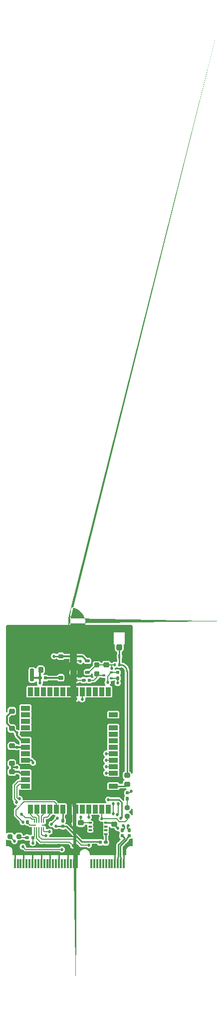
<source format=gbr>
%TF.GenerationSoftware,KiCad,Pcbnew,8.0.7-8.0.7-0~ubuntu24.04.1*%
%TF.CreationDate,2024-12-23T11:48:45-05:00*%
%TF.ProjectId,gnssBoard,676e7373-426f-4617-9264-2e6b69636164,rev?*%
%TF.SameCoordinates,Original*%
%TF.FileFunction,Copper,L1,Top*%
%TF.FilePolarity,Positive*%
%FSLAX46Y46*%
G04 Gerber Fmt 4.6, Leading zero omitted, Abs format (unit mm)*
G04 Created by KiCad (PCBNEW 8.0.7-8.0.7-0~ubuntu24.04.1) date 2024-12-23 11:48:45*
%MOMM*%
%LPD*%
G01*
G04 APERTURE LIST*
G04 Aperture macros list*
%AMRoundRect*
0 Rectangle with rounded corners*
0 $1 Rounding radius*
0 $2 $3 $4 $5 $6 $7 $8 $9 X,Y pos of 4 corners*
0 Add a 4 corners polygon primitive as box body*
4,1,4,$2,$3,$4,$5,$6,$7,$8,$9,$2,$3,0*
0 Add four circle primitives for the rounded corners*
1,1,$1+$1,$2,$3*
1,1,$1+$1,$4,$5*
1,1,$1+$1,$6,$7*
1,1,$1+$1,$8,$9*
0 Add four rect primitives between the rounded corners*
20,1,$1+$1,$2,$3,$4,$5,0*
20,1,$1+$1,$4,$5,$6,$7,0*
20,1,$1+$1,$6,$7,$8,$9,0*
20,1,$1+$1,$8,$9,$2,$3,0*%
%AMFreePoly0*
4,1,129,0.331476,2.729949,0.658118,2.670090,0.975163,2.571295,1.277989,2.435004,1.562178,2.263206,1.823587,2.058405,2.058405,1.823587,2.263206,1.562178,2.435004,1.277989,2.571295,0.975163,2.670090,0.658118,2.729949,0.331476,2.750000,0.000000,2.747491,-0.166193,2.732458,-0.289997,2.729949,-0.331476,2.722458,-0.372351,2.707427,-0.496154,2.677580,-0.617241,2.670090,-0.658118,
2.657730,-0.697782,2.627882,-0.818881,2.583657,-0.935489,2.571295,-0.975163,2.554237,-1.013062,2.510016,-1.129667,2.452065,-1.240079,2.435004,-1.277989,2.413497,-1.313564,2.355549,-1.423979,2.284710,-1.526604,2.263206,-1.562178,2.237570,-1.594899,2.166733,-1.697527,2.084033,-1.790874,2.058405,-1.823587,2.029019,-1.852972,1.946321,-1.946321,1.852972,-2.029019,1.823587,-2.058405,
1.790874,-2.084033,1.697527,-2.166733,1.594899,-2.237570,1.562178,-2.263206,1.526604,-2.284710,1.423979,-2.355549,1.313564,-2.413497,1.277989,-2.435004,1.240079,-2.452065,1.129667,-2.510016,1.013062,-2.554237,0.975163,-2.571295,0.935489,-2.583657,0.818881,-2.627882,0.697785,-2.657729,0.658118,-2.670090,0.617241,-2.677580,0.496154,-2.707427,0.372351,-2.722458,0.331476,-2.729949,
0.289997,-2.732458,0.166193,-2.747491,0.041478,-2.747491,0.000000,-2.750000,-0.041478,-2.747491,-0.166193,-2.747491,-0.289997,-2.732458,-0.331476,-2.729949,-0.372351,-2.722458,-0.496154,-2.707427,-0.617241,-2.677580,-0.658118,-2.670090,-0.697785,-2.657729,-0.818881,-2.627882,-0.935489,-2.583657,-0.975163,-2.571295,-1.013062,-2.554237,-1.129667,-2.510016,-1.240079,-2.452065,-1.277989,-2.435004,
-1.313564,-2.413497,-1.423979,-2.355549,-1.526604,-2.284710,-1.562178,-2.263206,-1.594899,-2.237570,-1.697527,-2.166733,-1.790874,-2.084033,-1.823587,-2.058405,-1.852972,-2.029019,-1.946321,-1.946321,-2.029019,-1.852972,-2.058405,-1.823587,-2.084033,-1.790874,-2.166733,-1.697527,-2.237570,-1.594899,-2.263206,-1.562178,-2.284710,-1.526604,-2.355549,-1.423979,-2.413497,-1.313564,-2.435004,-1.277989,
-2.452065,-1.240079,-2.510016,-1.129667,-2.554237,-1.013062,-2.571295,-0.975163,-2.583657,-0.935489,-2.627882,-0.818881,-2.657730,-0.697782,-2.670090,-0.658118,-2.677580,-0.617241,-2.707427,-0.496154,-2.722458,-0.372351,-2.729949,-0.331476,-2.732458,-0.289997,-2.747491,-0.166193,-2.750000,0.000000,-2.729949,0.331476,-2.670090,0.658118,-2.571295,0.975163,-2.435004,1.277989,-2.263206,1.562178,
-2.058405,1.823587,-1.823587,2.058405,-1.562178,2.263206,-1.277989,2.435004,-0.975163,2.571295,-0.658118,2.670090,-0.331476,2.729949,0.000000,2.750000,0.331476,2.729949,0.331476,2.729949,$1*%
G04 Aperture macros list end*
%TA.AperFunction,Conductor*%
%ADD10C,0.256500*%
%TD*%
%TA.AperFunction,SMDPad,CuDef*%
%ADD11RoundRect,0.217750X-0.217750X-0.267250X0.217750X-0.267250X0.217750X0.267250X-0.217750X0.267250X0*%
%TD*%
%TA.AperFunction,SMDPad,CuDef*%
%ADD12RoundRect,0.137500X0.152500X-0.137500X0.152500X0.137500X-0.152500X0.137500X-0.152500X-0.137500X0*%
%TD*%
%TA.AperFunction,SMDPad,CuDef*%
%ADD13RoundRect,0.145000X0.145000X-0.155000X0.145000X0.155000X-0.145000X0.155000X-0.145000X-0.155000X0*%
%TD*%
%TA.AperFunction,SMDPad,CuDef*%
%ADD14RoundRect,0.137500X0.137500X0.152500X-0.137500X0.152500X-0.137500X-0.152500X0.137500X-0.152500X0*%
%TD*%
%TA.AperFunction,SMDPad,CuDef*%
%ADD15RoundRect,0.145000X0.155000X0.145000X-0.155000X0.145000X-0.155000X-0.145000X0.155000X-0.145000X0*%
%TD*%
%TA.AperFunction,SMDPad,CuDef*%
%ADD16RoundRect,0.137500X0.262500X0.137500X-0.262500X0.137500X-0.262500X-0.137500X0.262500X-0.137500X0*%
%TD*%
%TA.AperFunction,SMDPad,CuDef*%
%ADD17RoundRect,0.200000X-0.200000X-0.200000X0.200000X-0.200000X0.200000X0.200000X-0.200000X0.200000X0*%
%TD*%
%TA.AperFunction,SMDPad,CuDef*%
%ADD18RoundRect,0.217750X-0.267250X0.217750X-0.267250X-0.217750X0.267250X-0.217750X0.267250X0.217750X0*%
%TD*%
%TA.AperFunction,SMDPad,CuDef*%
%ADD19RoundRect,0.050000X0.050000X-0.300000X0.050000X0.300000X-0.050000X0.300000X-0.050000X-0.300000X0*%
%TD*%
%TA.AperFunction,SMDPad,CuDef*%
%ADD20RoundRect,0.050000X0.300000X0.050000X-0.300000X0.050000X-0.300000X-0.050000X0.300000X-0.050000X0*%
%TD*%
%TA.AperFunction,SMDPad,CuDef*%
%ADD21RoundRect,0.050000X-0.050000X0.300000X-0.050000X-0.300000X0.050000X-0.300000X0.050000X0.300000X0*%
%TD*%
%TA.AperFunction,SMDPad,CuDef*%
%ADD22RoundRect,0.050000X-0.300000X-0.050000X0.300000X-0.050000X0.300000X0.050000X-0.300000X0.050000X0*%
%TD*%
%TA.AperFunction,SMDPad,CuDef*%
%ADD23RoundRect,0.217750X0.267250X-0.217750X0.267250X0.217750X-0.267250X0.217750X-0.267250X-0.217750X0*%
%TD*%
%TA.AperFunction,SMDPad,CuDef*%
%ADD24R,0.350000X1.500000*%
%TD*%
%TA.AperFunction,SMDPad,CuDef*%
%ADD25RoundRect,0.200000X-0.200000X0.200000X-0.200000X-0.200000X0.200000X-0.200000X0.200000X0.200000X0*%
%TD*%
%TA.AperFunction,SMDPad,CuDef*%
%ADD26R,1.498600X0.812800*%
%TD*%
%TA.AperFunction,SMDPad,CuDef*%
%ADD27R,0.812800X1.498600*%
%TD*%
%TA.AperFunction,SMDPad,CuDef*%
%ADD28R,1.092200X1.092200*%
%TD*%
%TA.AperFunction,SMDPad,CuDef*%
%ADD29RoundRect,0.137500X-0.152500X0.137500X-0.152500X-0.137500X0.152500X-0.137500X0.152500X0.137500X0*%
%TD*%
%TA.AperFunction,SMDPad,CuDef*%
%ADD30RoundRect,0.145000X-0.145000X0.155000X-0.145000X-0.155000X0.145000X-0.155000X0.145000X0.155000X0*%
%TD*%
%TA.AperFunction,SMDPad,CuDef*%
%ADD31RoundRect,0.087500X-0.237500X-0.087500X0.237500X-0.087500X0.237500X0.087500X-0.237500X0.087500X0*%
%TD*%
%TA.AperFunction,SMDPad,CuDef*%
%ADD32RoundRect,0.050000X-0.775000X-1.125000X0.775000X-1.125000X0.775000X1.125000X-0.775000X1.125000X0*%
%TD*%
%TA.AperFunction,SMDPad,CuDef*%
%ADD33RoundRect,0.190000X0.205000X-0.190000X0.205000X0.190000X-0.205000X0.190000X-0.205000X-0.190000X0*%
%TD*%
%TA.AperFunction,SMDPad,CuDef*%
%ADD34RoundRect,0.137500X-0.137500X-0.152500X0.137500X-0.152500X0.137500X0.152500X-0.137500X0.152500X0*%
%TD*%
%TA.AperFunction,SMDPad,CuDef*%
%ADD35RoundRect,0.145000X-0.155000X-0.145000X0.155000X-0.145000X0.155000X0.145000X-0.155000X0.145000X0*%
%TD*%
%TA.AperFunction,SMDPad,CuDef*%
%ADD36RoundRect,0.205000X-0.259500X0.205000X-0.259500X-0.205000X0.259500X-0.205000X0.259500X0.205000X0*%
%TD*%
%TA.AperFunction,SMDPad,CuDef*%
%ADD37RoundRect,0.100000X-0.100000X-0.250000X0.100000X-0.250000X0.100000X0.250000X-0.100000X0.250000X0*%
%TD*%
%TA.AperFunction,SMDPad,CuDef*%
%ADD38RoundRect,0.100000X0.100000X0.150000X-0.100000X0.150000X-0.100000X-0.150000X0.100000X-0.150000X0*%
%TD*%
%TA.AperFunction,SMDPad,CuDef*%
%ADD39RoundRect,0.100000X0.155000X-0.100000X0.155000X0.100000X-0.155000X0.100000X-0.155000X-0.100000X0*%
%TD*%
%TA.AperFunction,SMDPad,CuDef*%
%ADD40RoundRect,0.250000X0.250000X0.275000X-0.250000X0.275000X-0.250000X-0.275000X0.250000X-0.275000X0*%
%TD*%
%TA.AperFunction,SMDPad,CuDef*%
%ADD41RoundRect,0.262500X0.262500X0.837500X-0.262500X0.837500X-0.262500X-0.837500X0.262500X-0.837500X0*%
%TD*%
%TA.AperFunction,CastellatedPad*%
%ADD42FreePoly0,0.000000*%
%TD*%
%TA.AperFunction,SMDPad,CuDef*%
%ADD43RoundRect,0.187500X-0.187500X0.875000X-0.187500X-0.875000X0.187500X-0.875000X0.187500X0.875000X0*%
%TD*%
%TA.AperFunction,ViaPad*%
%ADD44C,0.527500*%
%TD*%
%TA.AperFunction,Conductor*%
%ADD45C,0.250000*%
%TD*%
%TA.AperFunction,Conductor*%
%ADD46C,0.200000*%
%TD*%
%TA.AperFunction,Conductor*%
%ADD47C,0.300000*%
%TD*%
%TA.AperFunction,Conductor*%
%ADD48C,0.236200*%
%TD*%
%TA.AperFunction,Conductor*%
%ADD49C,0.150000*%
%TD*%
G04 APERTURE END LIST*
D10*
%TO.N,/ANT_IN*%
X148700000Y-85000000D02*
G75*
G02*
X149800000Y-86100000I0J-1100000D01*
G01*
%TD*%
D11*
%TO.P,C9,1*%
%TO.N,VBAT*%
X135150000Y-85850000D03*
%TO.P,C9,2*%
%TO.N,VSS*%
X136650000Y-85850000D03*
%TD*%
D12*
%TO.P,R3,1*%
%TO.N,VSS*%
X132900000Y-112640000D03*
D13*
%TO.P,R3,2*%
%TO.N,Net-(U2-OE)*%
X132900000Y-111685000D03*
%TD*%
D14*
%TO.P,R12,1*%
%TO.N,Net-(U4-+)*%
X141140000Y-87600000D03*
D15*
%TO.P,R12,2*%
%TO.N,VSS*%
X140185000Y-87600000D03*
%TD*%
D16*
%TO.P,U4,1*%
%TO.N,/ANT_DET*%
X140700000Y-84350000D03*
%TO.P,U4,2,V-*%
%TO.N,VSS*%
X140700000Y-85300000D03*
%TO.P,U4,3,+*%
%TO.N,Net-(U4-+)*%
X140700000Y-86250000D03*
%TO.P,U4,4,-*%
%TO.N,/ANT_SHORT_N*%
X143100000Y-86250000D03*
%TO.P,U4,5,V+*%
%TO.N,+3V3*%
X143100000Y-84350000D03*
%TD*%
D17*
%TO.P,D1,1*%
%TO.N,Net-(D1-Pad1)*%
X131450000Y-114100000D03*
%TO.P,D1,2*%
%TO.N,Net-(D1-Pad2)*%
X129950000Y-114100000D03*
%TD*%
D14*
%TO.P,R2,1*%
%TO.N,+1V8*%
X133790000Y-114300000D03*
D15*
%TO.P,R2,2*%
%TO.N,Net-(D1-Pad1)*%
X132835000Y-114300000D03*
%TD*%
D12*
%TO.P,R9,1*%
%TO.N,/HOST_D-*%
X149000000Y-113990000D03*
D13*
%TO.P,R9,2*%
%TO.N,/ZED_D-*%
X149000000Y-113035000D03*
%TD*%
D18*
%TO.P,C1,1*%
%TO.N,+3V3*%
X147625000Y-112050000D03*
%TO.P,C1,2*%
%TO.N,VSS*%
X147625000Y-113550000D03*
%TD*%
D19*
%TO.P,U2,1,VCCA*%
%TO.N,+1V8*%
X134050000Y-112850000D03*
%TO.P,U2,2,A1*%
%TO.N,/ZED_TXD_1V8*%
X134450000Y-112850000D03*
%TO.P,U2,3,A2*%
%TO.N,/ZED_RXD_1V8*%
X134850000Y-112850000D03*
%TO.P,U2,4,A3*%
%TO.N,/SDA_1V8*%
X135250000Y-112850000D03*
%TO.P,U2,5,A4*%
%TO.N,/SCL_1V8*%
X135650000Y-112850000D03*
D20*
%TO.P,U2,6,GND*%
%TO.N,VSS*%
X135700000Y-112150000D03*
D21*
%TO.P,U2,7,B4*%
%TO.N,/SCL_3V3*%
X135650000Y-111450000D03*
%TO.P,U2,8,B3*%
%TO.N,/SDA_3V3*%
X135250000Y-111450000D03*
%TO.P,U2,9,B2*%
%TO.N,/ZED_RXD_3V3*%
X134850000Y-111450000D03*
%TO.P,U2,10,B1*%
%TO.N,/ZED_TXD_3V3*%
X134450000Y-111450000D03*
%TO.P,U2,11,VCCB*%
%TO.N,+3V3*%
X134050000Y-111450000D03*
D22*
%TO.P,U2,12,OE*%
%TO.N,Net-(U2-OE)*%
X134000000Y-112150000D03*
%TD*%
D14*
%TO.P,R4,1*%
%TO.N,Net-(D2-Pad2)*%
X135940000Y-87250000D03*
D15*
%TO.P,R4,2*%
%TO.N,VBAT*%
X134985000Y-87250000D03*
%TD*%
D12*
%TO.P,R11,1*%
%TO.N,+3V3*%
X138900000Y-112390000D03*
D13*
%TO.P,R11,2*%
%TO.N,Net-(U3-D_SEL)*%
X138900000Y-111435000D03*
%TD*%
D23*
%TO.P,C6,1*%
%TO.N,+3V3*%
X130250000Y-101700000D03*
%TO.P,C6,2*%
%TO.N,VSS*%
X130250000Y-100200000D03*
%TD*%
%TO.P,C4,1*%
%TO.N,+3V3*%
X130250000Y-95800000D03*
%TO.P,C4,2*%
%TO.N,VSS*%
X130250000Y-94300000D03*
%TD*%
D24*
%TO.P,J2,1,GND*%
%TO.N,VSS*%
X149250000Y-118750000D03*
%TO.P,J2,3,USB_D+*%
%TO.N,/HOST_D+*%
X148750000Y-118750000D03*
%TO.P,J2,5,USB_D-*%
%TO.N,/HOST_D-*%
X148250000Y-118750000D03*
%TO.P,J2,7,GND*%
%TO.N,VSS*%
X147750000Y-118750000D03*
%TO.P,J2,9,SDIO_CLK*%
%TO.N,unconnected-(J2-SDIO_CLK-Pad9)*%
X147250000Y-118750000D03*
%TO.P,J2,11,SDIO_CMD*%
%TO.N,unconnected-(J2-SDIO_CMD-Pad11)*%
X146750000Y-118750000D03*
%TO.P,J2,13,SDIO_DATA0*%
%TO.N,unconnected-(J2-SDIO_DATA0-Pad13)*%
X146250000Y-118750000D03*
%TO.P,J2,15,SDIO_DATA1*%
%TO.N,unconnected-(J2-SDIO_DATA1-Pad15)*%
X145750000Y-118750000D03*
%TO.P,J2,17,SDIO_DATA2*%
%TO.N,unconnected-(J2-SDIO_DATA2-Pad17)*%
X145250000Y-118750000D03*
%TO.P,J2,19,SDIO_DATA3*%
%TO.N,unconnected-(J2-SDIO_DATA3-Pad19)*%
X144750000Y-118750000D03*
%TO.P,J2,21,~{SDIO_WAKE}*%
%TO.N,unconnected-(J2-~{SDIO_WAKE}-Pad21)*%
X144250000Y-118750000D03*
%TO.P,J2,23,~{SDIO_RESET}*%
%TO.N,unconnected-(J2-~{SDIO_RESET}-Pad23)*%
X143750000Y-118750000D03*
%TO.P,J2,33,GND*%
%TO.N,VSS*%
X141250000Y-118750000D03*
%TO.P,J2,35,PETp0*%
%TO.N,unconnected-(J2-PETp0-Pad35)*%
X140750000Y-118750000D03*
%TO.P,J2,37,PETn0*%
%TO.N,unconnected-(J2-PETn0-Pad37)*%
X140250000Y-118750000D03*
%TO.P,J2,39,GND*%
%TO.N,VSS*%
X139750000Y-118750000D03*
%TO.P,J2,41,PERp0*%
%TO.N,unconnected-(J2-PERp0-Pad41)*%
X139250000Y-118750000D03*
%TO.P,J2,43,PERn0*%
%TO.N,unconnected-(J2-PERn0-Pad43)*%
X138750000Y-118750000D03*
%TO.P,J2,45,GND*%
%TO.N,VSS*%
X138250000Y-118750000D03*
%TO.P,J2,47,REFCLKp0*%
%TO.N,unconnected-(J2-REFCLKp0-Pad47)*%
X137750000Y-118750000D03*
%TO.P,J2,49,REFCLKn0*%
%TO.N,unconnected-(J2-REFCLKn0-Pad49)*%
X137250000Y-118750000D03*
%TO.P,J2,51,GND*%
%TO.N,VSS*%
X136750000Y-118750000D03*
%TO.P,J2,53,~{CLKREQ0}*%
%TO.N,unconnected-(J2-~{CLKREQ0}-Pad53)*%
X136250000Y-118750000D03*
%TO.P,J2,55,~{PEWAKE0}*%
%TO.N,unconnected-(J2-~{PEWAKE0}-Pad55)*%
X135750000Y-118750000D03*
%TO.P,J2,57,GND*%
%TO.N,VSS*%
X135250000Y-118750000D03*
%TO.P,J2,59,RESERVED/PETp1*%
%TO.N,unconnected-(J2-RESERVED{slash}PETp1-Pad59)*%
X134750000Y-118750000D03*
%TO.P,J2,61,RESERVED/PETn1*%
%TO.N,unconnected-(J2-RESERVED{slash}PETn1-Pad61)*%
X134250000Y-118750000D03*
%TO.P,J2,63,GND*%
%TO.N,VSS*%
X133750000Y-118750000D03*
%TO.P,J2,65,RESERVED/PERp1*%
%TO.N,unconnected-(J2-RESERVED{slash}PERp1-Pad65)*%
X133250000Y-118750000D03*
%TO.P,J2,67,RESERVED/PERn1*%
%TO.N,unconnected-(J2-RESERVED{slash}PERn1-Pad67)*%
X132750000Y-118750000D03*
%TO.P,J2,69,GND*%
%TO.N,VSS*%
X132250000Y-118750000D03*
%TO.P,J2,71,RESERVED/REFCLKp1*%
%TO.N,unconnected-(J2-RESERVED{slash}REFCLKp1-Pad71)*%
X131750000Y-118750000D03*
%TO.P,J2,73,RESERVED/REFCLKn1*%
%TO.N,unconnected-(J2-RESERVED{slash}REFCLKn1-Pad73)*%
X131250000Y-118750000D03*
%TO.P,J2,75,GND*%
%TO.N,VSS*%
X130750000Y-118750000D03*
%TD*%
D25*
%TO.P,D4,1*%
%TO.N,/PPS*%
X149850000Y-110700000D03*
%TO.P,D4,2*%
%TO.N,Net-(D4-Pad2)*%
X149850000Y-109200000D03*
%TD*%
D26*
%TO.P,U3,1,GND*%
%TO.N,VSS*%
X147450000Y-106650000D03*
%TO.P,U3,2,RF_IN*%
%TO.N,/RF_IN*%
X147450000Y-105550001D03*
%TO.P,U3,3,GND*%
%TO.N,VSS*%
X147450000Y-104450000D03*
%TO.P,U3,4,ANT_DET*%
%TO.N,/ANT_DET*%
X147450000Y-103350000D03*
%TO.P,U3,5,ANT_OFF*%
%TO.N,/ANT_OFF*%
X147450000Y-102250000D03*
%TO.P,U3,6,ANT_SHORT_N*%
%TO.N,/ANT_SHORT_N*%
X147450000Y-101149999D03*
%TO.P,U3,7,VCC_RF*%
%TO.N,VCC_RF*%
X147450000Y-100049999D03*
%TO.P,U3,8,Reserved*%
%TO.N,unconnected-(U3-Reserved-Pad10)_14*%
X147450000Y-98950001D03*
%TO.P,U3,9,Reserved*%
%TO.N,unconnected-(U3-Reserved-Pad10)_17*%
X147450000Y-97850001D03*
%TO.P,U3,10,Reserved*%
%TO.N,unconnected-(U3-Reserved-Pad10)*%
X147450000Y-96750000D03*
%TO.P,U3,11,Reserved*%
%TO.N,unconnected-(U3-Reserved-Pad10)_15*%
X147450000Y-95650000D03*
%TO.P,U3,12,GND*%
%TO.N,VSS*%
X147450000Y-94550000D03*
%TO.P,U3,13,Reserved*%
%TO.N,unconnected-(U3-Reserved-Pad10)_12*%
X147450000Y-93449999D03*
%TO.P,U3,14,GND*%
%TO.N,VSS*%
X147450000Y-92349999D03*
D27*
%TO.P,U3,15,Reserved*%
%TO.N,unconnected-(U3-Reserved-Pad10)_18*%
X146599999Y-89550000D03*
%TO.P,U3,16,Reserved*%
%TO.N,unconnected-(U3-Reserved-Pad10)_11*%
X145499999Y-89550000D03*
%TO.P,U3,17,Reserved*%
%TO.N,unconnected-(U3-Reserved-Pad10)_7*%
X144399999Y-89550000D03*
%TO.P,U3,18,Reserved*%
%TO.N,unconnected-(U3-Reserved-Pad10)_16*%
X143300001Y-89550000D03*
%TO.P,U3,19,GEOFENCE_STAT*%
%TO.N,/GEOFENCE_STAT*%
X142200001Y-89550000D03*
%TO.P,U3,20,RTK_STAT*%
%TO.N,/RTK_STAT*%
X141100000Y-89550000D03*
%TO.P,U3,21,Reserved*%
%TO.N,unconnected-(U3-Reserved-Pad10)_8*%
X140000000Y-89550000D03*
%TO.P,U3,22,Reserved*%
%TO.N,unconnected-(U3-Reserved-Pad10)_1*%
X138900000Y-89550000D03*
%TO.P,U3,23,Reserved*%
%TO.N,unconnected-(U3-Reserved-Pad10)_2*%
X137799999Y-89550000D03*
%TO.P,U3,24,Reserved*%
%TO.N,unconnected-(U3-Reserved-Pad10)_6*%
X136699999Y-89550000D03*
%TO.P,U3,25,Reserved*%
%TO.N,unconnected-(U3-Reserved-Pad10)_10*%
X135599999Y-89550000D03*
%TO.P,U3,26,RXD2*%
%TO.N,unconnected-(U3-RXD2-Pad26)*%
X134499998Y-89550000D03*
%TO.P,U3,27,TXD2*%
%TO.N,unconnected-(U3-TXD2-Pad27)*%
X133399998Y-89550000D03*
D26*
%TO.P,U3,28,Reserved*%
%TO.N,unconnected-(U3-Reserved-Pad10)_5*%
X132550000Y-92349999D03*
%TO.P,U3,29,Reserved*%
%TO.N,unconnected-(U3-Reserved-Pad10)_20*%
X132550000Y-93449999D03*
%TO.P,U3,30,Reserved*%
%TO.N,unconnected-(U3-Reserved-Pad10)_9*%
X132550000Y-94550000D03*
%TO.P,U3,31,Reserved*%
%TO.N,unconnected-(U3-Reserved-Pad10)_3*%
X132550000Y-95650000D03*
%TO.P,U3,32,GND*%
%TO.N,VSS*%
X132550000Y-96750000D03*
%TO.P,U3,33,VCC*%
%TO.N,+3V3*%
X132550000Y-97850001D03*
%TO.P,U3,34,VCC*%
X132550000Y-98950001D03*
%TO.P,U3,35,Reserved*%
%TO.N,unconnected-(U3-Reserved-Pad10)_4*%
X132550000Y-100049999D03*
%TO.P,U3,36,V_BCKP*%
%TO.N,VBAT*%
X132550000Y-101149999D03*
%TO.P,U3,37,GND*%
%TO.N,VSS*%
X132550000Y-102250000D03*
%TO.P,U3,38,V_USB*%
%TO.N,+3V3*%
X132550000Y-103350000D03*
%TO.P,U3,39,USB_DM*%
%TO.N,/ZED_D-*%
X132550000Y-104450000D03*
%TO.P,U3,40,USB_DP*%
%TO.N,/ZED_D+*%
X132550000Y-105550001D03*
%TO.P,U3,41,GND*%
%TO.N,VSS*%
X132550000Y-106650001D03*
D27*
%TO.P,U3,42,TXD*%
%TO.N,/ZED_TXD_3V3*%
X133400001Y-109450000D03*
%TO.P,U3,43,RXD*%
%TO.N,/ZED_RXD_3V3*%
X134500001Y-109450000D03*
%TO.P,U3,44,SDA*%
%TO.N,/SDA_3V3*%
X135600001Y-109450000D03*
%TO.P,U3,45,SCL*%
%TO.N,/SCL_3V3*%
X136699999Y-109450000D03*
%TO.P,U3,46,TX_RDY*%
%TO.N,/TX_RDY*%
X137799999Y-109450000D03*
%TO.P,U3,47,D_SEL*%
%TO.N,Net-(U3-D_SEL)*%
X138900000Y-109450000D03*
%TO.P,U3,48,GND*%
%TO.N,VSS*%
X140000000Y-109450000D03*
%TO.P,U3,49,RESET_N*%
%TO.N,/RESET_N*%
X141100000Y-109450000D03*
%TO.P,U3,50,SAFEBOOT_N*%
%TO.N,/SAFEBOOT_N*%
X142200001Y-109450000D03*
%TO.P,U3,51,EXTINT*%
%TO.N,/EXTINT*%
X143300001Y-109450000D03*
%TO.P,U3,52,Reserved*%
%TO.N,unconnected-(U3-Reserved-Pad10)_19*%
X144400001Y-109450000D03*
%TO.P,U3,53,TIMEPULSE*%
%TO.N,/PPS*%
X145500002Y-109450000D03*
%TO.P,U3,54,Reserved*%
%TO.N,unconnected-(U3-Reserved-Pad10)_13*%
X146600002Y-109450000D03*
D28*
%TO.P,U3,55,PGND*%
%TO.N,VSS*%
X145250000Y-106850000D03*
%TO.P,U3,56,PGND*%
X143149999Y-106850000D03*
%TO.P,U3,57,PGND*%
X141050000Y-106850000D03*
%TO.P,U3,58,PGND*%
X138950000Y-106850000D03*
%TO.P,U3,59,PGND*%
X136850001Y-106850000D03*
%TO.P,U3,60,PGND*%
X134750000Y-106850000D03*
%TO.P,U3,61,PGND*%
X145250000Y-104750000D03*
%TO.P,U3,62,PGND*%
X143149999Y-104750000D03*
%TO.P,U3,63,PGND*%
X141050000Y-104750000D03*
%TO.P,U3,64,PGND*%
X138950000Y-104750000D03*
%TO.P,U3,65,PGND*%
X136850001Y-104750000D03*
%TO.P,U3,66,PGND*%
X134750000Y-104750000D03*
%TO.P,U3,67,PGND*%
X145250000Y-102650000D03*
%TO.P,U3,68,PGND*%
X143149999Y-102650000D03*
%TO.P,U3,69,PGND*%
X141050000Y-102650000D03*
%TO.P,U3,70,PGND*%
X138950000Y-102650000D03*
%TO.P,U3,71,PGND*%
X136850001Y-102650000D03*
%TO.P,U3,72,PGND*%
X134750000Y-102650000D03*
%TO.P,U3,73,PGND*%
X145250000Y-100550000D03*
%TO.P,U3,74,PGND*%
X143149999Y-100550000D03*
%TO.P,U3,75,PGND*%
X141050000Y-100550000D03*
%TO.P,U3,76,PGND*%
X138950000Y-100550000D03*
%TO.P,U3,77,PGND*%
X136850001Y-100550000D03*
%TO.P,U3,78,PGND*%
X134750000Y-100550000D03*
%TO.P,U3,79,PGND*%
X145250000Y-98450000D03*
%TO.P,U3,80,PGND*%
X143149999Y-98450000D03*
%TO.P,U3,81,PGND*%
X141050000Y-98450000D03*
%TO.P,U3,82,PGND*%
X138950000Y-98450000D03*
%TO.P,U3,83,PGND*%
X136850001Y-98450000D03*
%TO.P,U3,84,PGND*%
X134750000Y-98450000D03*
%TO.P,U3,85,PGND*%
X145250000Y-96350000D03*
%TO.P,U3,86,PGND*%
X143149999Y-96350000D03*
%TO.P,U3,87,PGND*%
X141050000Y-96350000D03*
%TO.P,U3,88,PGND*%
X138950000Y-96350000D03*
%TO.P,U3,89,PGND*%
X136850001Y-96350000D03*
%TO.P,U3,90,PGND*%
X134750000Y-96350000D03*
%TO.P,U3,91,PGND*%
X145250000Y-94250000D03*
%TO.P,U3,92,PGND*%
X143149999Y-94250000D03*
%TO.P,U3,93,PGND*%
X141050000Y-94250000D03*
%TO.P,U3,94,PGND*%
X138950000Y-94250000D03*
%TO.P,U3,95,PGND*%
X136850001Y-94250000D03*
%TO.P,U3,96,PGND*%
X134750000Y-94250000D03*
%TO.P,U3,97,PGND*%
X145250000Y-92150000D03*
%TO.P,U3,98,PGND*%
X143149999Y-92150000D03*
%TO.P,U3,99,PGND*%
X141050000Y-92150000D03*
%TO.P,U3,100,PGND*%
X138950000Y-92150000D03*
%TO.P,U3,101,PGND*%
X136850001Y-92150000D03*
%TO.P,U3,102,PGND*%
X134750000Y-92150000D03*
%TD*%
D29*
%TO.P,R8,1*%
%TO.N,VCC_RF*%
X148200000Y-86310000D03*
D30*
%TO.P,R8,2*%
%TO.N,/ANT_OFF*%
X148200000Y-87265000D03*
%TD*%
D23*
%TO.P,C8,1*%
%TO.N,+3V3*%
X130250000Y-92850000D03*
%TO.P,C8,2*%
%TO.N,VSS*%
X130250000Y-91350000D03*
%TD*%
D18*
%TO.P,C7,1*%
%TO.N,+3V3*%
X130250000Y-103150000D03*
%TO.P,C7,2*%
%TO.N,VSS*%
X130250000Y-104650000D03*
%TD*%
D31*
%TO.P,U1,1,OUT*%
%TO.N,+1V8*%
X143575000Y-111775000D03*
%TO.P,U1,2,NC*%
%TO.N,unconnected-(U1-NC-Pad2)*%
X143575000Y-112425000D03*
%TO.P,U1,3,NC*%
%TO.N,unconnected-(U1-ADJ-Pad3)*%
X143575000Y-113075000D03*
%TO.P,U1,4,GND*%
%TO.N,VSS*%
X143575000Y-113725000D03*
%TO.P,U1,5,EN*%
%TO.N,Net-(U1-EN)*%
X146225000Y-113725000D03*
%TO.P,U1,6,NC*%
%TO.N,unconnected-(U1-NC-Pad2)_1*%
X146225000Y-113075000D03*
%TO.P,U1,7,PG*%
%TO.N,unconnected-(U1-PG-Pad7)*%
X146225000Y-112425000D03*
%TO.P,U1,8,IN*%
%TO.N,+3V3*%
X146225000Y-111775000D03*
D32*
%TO.P,U1,9,GND*%
%TO.N,VSS*%
X144900000Y-112750000D03*
%TD*%
D33*
%TO.P,D2,1*%
%TO.N,+3V3*%
X138550000Y-83570000D03*
%TO.P,D2,2*%
%TO.N,Net-(D2-Pad2)*%
X138550000Y-87180000D03*
%TD*%
D23*
%TO.P,C5,1*%
%TO.N,+3V3*%
X130250000Y-98750000D03*
%TO.P,C5,2*%
%TO.N,VSS*%
X130250000Y-97250000D03*
%TD*%
D29*
%TO.P,R6,1*%
%TO.N,Net-(JP2-Pad1)*%
X149850000Y-106710000D03*
D30*
%TO.P,R6,2*%
%TO.N,Net-(D4-Pad2)*%
X149850000Y-107665000D03*
%TD*%
D34*
%TO.P,R1,1*%
%TO.N,+3V3*%
X145245000Y-115100000D03*
D35*
%TO.P,R1,2*%
%TO.N,Net-(U1-EN)*%
X146200000Y-115100000D03*
%TD*%
D36*
%TO.P,R5,1*%
%TO.N,/ANT_SHORT_N*%
X144700000Y-85045000D03*
%TO.P,R5,2*%
%TO.N,Net-(Q1-Pad3)*%
X144700000Y-86555000D03*
%TD*%
D18*
%TO.P,C3,1*%
%TO.N,/ANT_IN*%
X149800000Y-103750000D03*
%TO.P,C3,2*%
%TO.N,/RF_IN*%
X149800000Y-105250000D03*
%TD*%
D37*
%TO.P,D3,1*%
%TO.N,VSS*%
X147800000Y-83575000D03*
%TO.P,D3,2*%
%TO.N,/ANT_IN*%
X148500000Y-83575000D03*
%TD*%
D38*
%TO.P,L1,1*%
%TO.N,/ANT_IN*%
X148500000Y-85000000D03*
%TO.P,L1,2*%
%TO.N,/ANT_SHORT_N*%
X147700000Y-85000000D03*
%TD*%
D39*
%TO.P,Q1,1*%
%TO.N,/ANT_OFF*%
X147150000Y-87300000D03*
%TO.P,Q1,2*%
%TO.N,VCC_RF*%
X147150000Y-86300000D03*
%TO.P,Q1,3*%
%TO.N,Net-(Q1-Pad3)*%
X145850000Y-86800000D03*
%TD*%
D14*
%TO.P,R10,1*%
%TO.N,Net-(Q1-Pad3)*%
X143390000Y-87600000D03*
D15*
%TO.P,R10,2*%
%TO.N,Net-(U4-+)*%
X142435000Y-87600000D03*
%TD*%
D40*
%TO.P,AE1,1,A*%
%TO.N,/ANT_IN*%
X148500000Y-82025000D03*
D41*
%TO.P,AE1,2,Shield*%
%TO.N,VSS*%
X149975000Y-80500000D03*
D40*
X148500000Y-78975000D03*
D41*
X147025000Y-80500000D03*
%TD*%
D42*
%TO.P,J1,1*%
%TO.N,VSS*%
X140000000Y-78000000D03*
%TD*%
D18*
%TO.P,C2,1*%
%TO.N,+1V8*%
X141950000Y-111800000D03*
%TO.P,C2,2*%
%TO.N,VSS*%
X141950000Y-113300000D03*
%TD*%
D12*
%TO.P,R7,1*%
%TO.N,/HOST_D+*%
X150150000Y-113990000D03*
D13*
%TO.P,R7,2*%
%TO.N,/ZED_D+*%
X150150000Y-113035000D03*
%TD*%
D23*
%TO.P,C10,1*%
%TO.N,/ANT_SHORT_N*%
X146300000Y-85000000D03*
%TO.P,C10,2*%
%TO.N,VSS*%
X146300000Y-83500000D03*
%TD*%
D43*
%TO.P,BT1,1*%
%TO.N,VBAT*%
X133700000Y-86748750D03*
%TO.P,BT1,2*%
%TO.N,VSS*%
X132200000Y-86748750D03*
%TD*%
D44*
%TO.N,VSS*%
X140000000Y-97400000D03*
X146150000Y-91100000D03*
X149150000Y-90340000D03*
X131100000Y-103900000D03*
X142100000Y-97400000D03*
X150350000Y-115000000D03*
X133900000Y-95300000D03*
X135800000Y-95300000D03*
X138250000Y-116850000D03*
X135800000Y-103700000D03*
X144200000Y-99500000D03*
X140000000Y-91100000D03*
X147300000Y-82450000D03*
X129650000Y-105600000D03*
X133750000Y-116850000D03*
X150000000Y-82150000D03*
X137900000Y-101600000D03*
X150450000Y-109950000D03*
X139400000Y-87600000D03*
X146300000Y-82450000D03*
X149150000Y-102800000D03*
X144900000Y-113400000D03*
X142100000Y-95300000D03*
X135800000Y-99500000D03*
X150450000Y-98780000D03*
X132200000Y-84900000D03*
X144200000Y-95300000D03*
X137900000Y-105800000D03*
X138250000Y-113875000D03*
X137900000Y-93200000D03*
X149150000Y-88230000D03*
X131100000Y-98000000D03*
X135800000Y-101600000D03*
X150450000Y-88230000D03*
X130200000Y-111150000D03*
X138250000Y-115600000D03*
X131100000Y-100950000D03*
X142100000Y-105800000D03*
X131100000Y-95050000D03*
X131100000Y-93600000D03*
X133900000Y-103700000D03*
X137900000Y-99500000D03*
X150450000Y-86120000D03*
X149700000Y-115600000D03*
X137900000Y-97400000D03*
X136275000Y-111900000D03*
X137900000Y-85850000D03*
X147400000Y-78850000D03*
X137900000Y-103700000D03*
X132250000Y-116850000D03*
X146150000Y-95300000D03*
X146150000Y-97350000D03*
X130750000Y-116700000D03*
X149025000Y-106475000D03*
X145000000Y-116850000D03*
X140000000Y-105800000D03*
X146250000Y-104425000D03*
X149600000Y-78850000D03*
X140000000Y-111100000D03*
X149150000Y-92450000D03*
X144200000Y-97400000D03*
X135750000Y-116900000D03*
X144200000Y-108050000D03*
X149150000Y-96670000D03*
X131250000Y-86750000D03*
X133900000Y-91100000D03*
X144200000Y-103700000D03*
X142100000Y-108100000D03*
X135800000Y-115600000D03*
X150450000Y-100890000D03*
X133900000Y-99500000D03*
X149150000Y-100890000D03*
X131250000Y-87550000D03*
X144200000Y-105800000D03*
X144900000Y-112100000D03*
X131100000Y-92100000D03*
X137900000Y-91100000D03*
X149150000Y-86120000D03*
X129550000Y-115250000D03*
X135800000Y-93200000D03*
X140000000Y-103700000D03*
X149150000Y-98780000D03*
X141900000Y-85300000D03*
X150450000Y-92450000D03*
X148300000Y-114700000D03*
X135800000Y-105800000D03*
X140000000Y-93200000D03*
X135800000Y-91100000D03*
X131100000Y-90550000D03*
X142100000Y-103700000D03*
X133900000Y-97400000D03*
X142100000Y-93200000D03*
X132900000Y-113450000D03*
X132550000Y-107650000D03*
X140000000Y-99500000D03*
X137900000Y-95300000D03*
X142950000Y-114250000D03*
X140750000Y-116850000D03*
X150450000Y-94560000D03*
X142100000Y-99500000D03*
X146150000Y-93250000D03*
X146000000Y-81250000D03*
X133900000Y-93200000D03*
X142100000Y-101600000D03*
X131250000Y-85950000D03*
X133900000Y-105800000D03*
X144200000Y-101600000D03*
X139900000Y-86800000D03*
X135800000Y-97400000D03*
X144200000Y-93200000D03*
X150450000Y-96670000D03*
X137250000Y-116900000D03*
X140000000Y-101600000D03*
X150450000Y-102800000D03*
X136700000Y-84800000D03*
X139800000Y-85300000D03*
X144200000Y-91100000D03*
X150450000Y-90340000D03*
X140000000Y-108100000D03*
X149150000Y-94560000D03*
X140000000Y-95300000D03*
%TO.N,VBAT*%
X133850000Y-101600000D03*
X135000000Y-88050000D03*
%TO.N,+3V3*%
X137750000Y-112386250D03*
X148250000Y-112725000D03*
X146625000Y-107850000D03*
X131100000Y-98950000D03*
X137400000Y-83550000D03*
X131100000Y-96550000D03*
X131100000Y-102400000D03*
X131925000Y-110325000D03*
X148775000Y-111000000D03*
%TO.N,+1V8*%
X133800000Y-115200000D03*
X138000000Y-111000000D03*
X141950000Y-110875000D03*
X137000000Y-112000000D03*
%TO.N,/ANT_SHORT_N*%
X146275000Y-101150000D03*
X147200000Y-85600000D03*
%TO.N,/TX_RDY*%
X132100000Y-111650000D03*
X132100000Y-115800000D03*
X138750000Y-116300000D03*
%TO.N,/ZED_RXD_1V8*%
X143325000Y-115575000D03*
%TO.N,/SDA_1V8*%
X136075000Y-114000000D03*
%TO.N,/RESET_N*%
X140900000Y-111925000D03*
%TO.N,/PPS*%
X145500000Y-111100000D03*
%TO.N,/RTK_STAT*%
X147475000Y-110225000D03*
X141100000Y-90800000D03*
X147475000Y-108575000D03*
%TO.N,/ZED_TXD_1V8*%
X140675000Y-115675000D03*
%TO.N,/GEOFENCE_STAT*%
X148300000Y-108575000D03*
X142200000Y-90850000D03*
X148175000Y-110425000D03*
%TO.N,/SCL_1V8*%
X136650000Y-113250000D03*
%TO.N,/ANT_OFF*%
X146275000Y-102250000D03*
X148200000Y-88100000D03*
%TO.N,/ZED_D+*%
X149963750Y-112250000D03*
X131574888Y-107725112D03*
%TO.N,/ZED_D-*%
X131025112Y-108274888D03*
X149186250Y-112250000D03*
%TO.N,/ANT_DET*%
X141900000Y-84400000D03*
X146275000Y-103350000D03*
%TO.N,VCC_RF*%
X146275000Y-100050000D03*
X146500000Y-88000000D03*
%TO.N,/EXTINT*%
X143300000Y-110875000D03*
%TO.N,Net-(JP2-Pad1)*%
X150486250Y-106450000D03*
%TO.N,Net-(D1-Pad2)*%
X130700000Y-114900000D03*
%TD*%
D45*
%TO.N,VSS*%
X139750000Y-118750000D02*
X139750000Y-117050000D01*
X133750000Y-118750000D02*
X133750000Y-116850000D01*
D46*
X136275000Y-111900000D02*
X136025000Y-112150000D01*
D45*
X135250000Y-118750000D02*
X135250000Y-117050000D01*
D46*
X132900000Y-112640000D02*
X132900000Y-113450000D01*
X136025000Y-112150000D02*
X135700000Y-112150000D01*
D45*
X138250000Y-118750000D02*
X138250000Y-116850000D01*
X149250000Y-118750000D02*
X149250000Y-117050000D01*
X130750000Y-116700000D02*
X130750000Y-118750000D01*
X147750000Y-118750000D02*
X147750000Y-117050000D01*
X132250000Y-116850000D02*
X132250000Y-118750000D01*
X141250000Y-117047264D02*
X141250000Y-118750000D01*
X136750000Y-117050000D02*
X136750000Y-118750000D01*
D10*
%TO.N,/ANT_IN*%
X148500000Y-83600000D02*
X148500000Y-82025000D01*
X149800000Y-104050000D02*
X149800000Y-86100000D01*
X148700000Y-85000000D02*
X148500000Y-85000000D01*
X148500000Y-85000000D02*
X148500000Y-83600000D01*
D47*
%TO.N,VBAT*%
X134985000Y-88035000D02*
X134985000Y-87250000D01*
X133700000Y-87250000D02*
X134985000Y-87250000D01*
X134985000Y-87250000D02*
X134985000Y-86015000D01*
X134985000Y-86015000D02*
X135150000Y-85850000D01*
X133850000Y-101400000D02*
X133850000Y-101600000D01*
X135000000Y-88050000D02*
X134985000Y-88035000D01*
X133599999Y-101149999D02*
X133850000Y-101400000D01*
X133700000Y-86748750D02*
X133700000Y-87250000D01*
X132550000Y-101149999D02*
X133599999Y-101149999D01*
%TO.N,+3V3*%
X131700000Y-103350000D02*
X131500000Y-103150000D01*
X130250000Y-102400000D02*
X130250000Y-103150000D01*
X138550000Y-83595000D02*
X142195000Y-83595000D01*
D46*
X131925000Y-110325000D02*
X132550000Y-110950000D01*
D47*
X130250000Y-102400000D02*
X131100000Y-102400000D01*
D45*
X147625000Y-112050000D02*
X147625000Y-112100000D01*
D47*
X129400000Y-93700000D02*
X129400000Y-94950000D01*
D45*
X148888750Y-110886250D02*
X148888750Y-108331131D01*
X138505000Y-83550000D02*
X138550000Y-83595000D01*
X138900000Y-112390000D02*
X139540000Y-112390000D01*
D46*
X133434314Y-110950000D02*
X133684314Y-111200000D01*
X132550000Y-110950000D02*
X133434314Y-110950000D01*
D45*
X147625000Y-112100000D02*
X148250000Y-112725000D01*
D47*
X130350000Y-95800000D02*
X130250000Y-95800000D01*
D45*
X147650000Y-112050000D02*
X147625000Y-112050000D01*
D47*
X131100000Y-96550000D02*
X131100000Y-96950000D01*
X142950000Y-84350000D02*
X143100000Y-84350000D01*
X130250000Y-92850000D02*
X129400000Y-93700000D01*
D45*
X147350000Y-111775000D02*
X146225000Y-111775000D01*
D46*
X134050000Y-111200000D02*
X134050000Y-111450000D01*
D47*
X132000001Y-97850001D02*
X132550000Y-97850001D01*
X131500000Y-103150000D02*
X130250000Y-103150000D01*
X130250000Y-101700000D02*
X130250000Y-102400000D01*
D46*
X133684314Y-111200000D02*
X134050000Y-111200000D01*
D47*
X129400000Y-94950000D02*
X130250000Y-95800000D01*
X131100000Y-96550000D02*
X130350000Y-95800000D01*
D45*
X137750000Y-112386250D02*
X137753750Y-112390000D01*
X145095000Y-114950000D02*
X145245000Y-115100000D01*
D47*
X142195000Y-83595000D02*
X142950000Y-84350000D01*
X131100000Y-96950000D02*
X132000001Y-97850001D01*
X132550000Y-103350000D02*
X131700000Y-103350000D01*
D45*
X148888750Y-108331131D02*
X148407619Y-107850000D01*
X148259727Y-112725000D02*
X148259727Y-112659727D01*
X139540000Y-112390000D02*
X142100000Y-114950000D01*
X147625000Y-112050000D02*
X147350000Y-111775000D01*
D47*
X132550000Y-98950001D02*
X130450001Y-98950001D01*
D45*
X142100000Y-114950000D02*
X145095000Y-114950000D01*
D46*
X138490000Y-83535000D02*
X138550000Y-83595000D01*
D45*
X148775000Y-111000000D02*
X148888750Y-110886250D01*
X148407619Y-107850000D02*
X146625000Y-107850000D01*
D47*
X130450001Y-98950001D02*
X130250000Y-98750000D01*
D45*
X137753750Y-112390000D02*
X138900000Y-112390000D01*
X137400000Y-83550000D02*
X138505000Y-83550000D01*
D46*
%TO.N,+1V8*%
X134050000Y-114040000D02*
X134050000Y-112850000D01*
X133800000Y-115200000D02*
X133790000Y-115190000D01*
X141950000Y-110875000D02*
X141950000Y-111800000D01*
X133790000Y-114300000D02*
X134050000Y-114040000D01*
X138000000Y-111000000D02*
X137000000Y-112000000D01*
X133790000Y-115190000D02*
X133790000Y-114300000D01*
X141975000Y-111775000D02*
X141950000Y-111800000D01*
X143575000Y-111775000D02*
X141975000Y-111775000D01*
D10*
%TO.N,/RF_IN*%
X149499999Y-105550001D02*
X149800000Y-105250000D01*
X147450000Y-105550001D02*
X149499999Y-105550001D01*
D46*
%TO.N,/ANT_SHORT_N*%
X146275000Y-101150000D02*
X146275001Y-101149999D01*
X146300000Y-85000000D02*
X144745000Y-85000000D01*
X146275001Y-101149999D02*
X147450000Y-101149999D01*
X144700000Y-85045000D02*
X144555000Y-85045000D01*
X143350000Y-86250000D02*
X143100000Y-86250000D01*
X147700000Y-85000000D02*
X147200000Y-85000000D01*
X147200000Y-85000000D02*
X147200000Y-85600000D01*
X144555000Y-85045000D02*
X143350000Y-86250000D01*
X147200000Y-85000000D02*
X146300000Y-85000000D01*
X144745000Y-85000000D02*
X144700000Y-85045000D01*
D48*
%TO.N,/HOST_D+*%
X150150000Y-114005000D02*
X150150000Y-113990000D01*
X149755600Y-114599808D02*
X149755600Y-114399400D01*
X148680600Y-117555599D02*
X148680600Y-115674808D01*
X148680600Y-115674808D02*
X149755600Y-114599808D01*
X148750000Y-117624999D02*
X148680600Y-117555599D01*
X149755600Y-114399400D02*
X150150000Y-114005000D01*
X148750000Y-118750000D02*
X148750000Y-117624999D01*
%TO.N,/HOST_D-*%
X149000000Y-114005000D02*
X149000000Y-113990000D01*
X148319400Y-115525192D02*
X149394400Y-114450192D01*
X148319400Y-117555599D02*
X148319400Y-115525192D01*
X149394400Y-114399400D02*
X149000000Y-114005000D01*
X148250000Y-118750000D02*
X148250000Y-117624999D01*
X149394400Y-114450192D02*
X149394400Y-114399400D01*
X148250000Y-117624999D02*
X148319400Y-117555599D01*
D47*
%TO.N,Net-(D2-Pad2)*%
X138480000Y-87250000D02*
X138550000Y-87180000D01*
X135940000Y-87250000D02*
X138480000Y-87250000D01*
D49*
%TO.N,/TX_RDY*%
X132300000Y-108250000D02*
X130917806Y-109632194D01*
X132600000Y-116300000D02*
X132100000Y-115800000D01*
X137799999Y-108550350D02*
X137499649Y-108250000D01*
X130917806Y-109632194D02*
X130917806Y-110467806D01*
X137499649Y-108250000D02*
X132300000Y-108250000D01*
X138750000Y-116300000D02*
X132600000Y-116300000D01*
X130917806Y-110467806D02*
X132100000Y-111650000D01*
X137799999Y-109450000D02*
X137799999Y-108550350D01*
D46*
%TO.N,/ZED_RXD_1V8*%
X134850000Y-114134314D02*
X134850000Y-112850000D01*
X135315686Y-114600000D02*
X134850000Y-114134314D01*
X141050000Y-114600000D02*
X135315686Y-114600000D01*
X142025000Y-115575000D02*
X141050000Y-114600000D01*
X143325000Y-115575000D02*
X142025000Y-115575000D01*
%TO.N,/SDA_1V8*%
X135500000Y-114000000D02*
X135250000Y-113750000D01*
X136075000Y-114000000D02*
X135500000Y-114000000D01*
X135250000Y-113750000D02*
X135250000Y-112850000D01*
%TO.N,/RESET_N*%
X140900000Y-111925000D02*
X140900000Y-109650000D01*
X140900000Y-109650000D02*
X141100000Y-109450000D01*
X141100000Y-109450000D02*
X140800000Y-109750000D01*
%TO.N,/PPS*%
X148513750Y-111563750D02*
X148050000Y-111100000D01*
X145500000Y-111100000D02*
X145500000Y-109450002D01*
X149850000Y-110700000D02*
X149850000Y-111250000D01*
X149536250Y-111563750D02*
X148513750Y-111563750D01*
X149850000Y-111250000D02*
X149536250Y-111563750D01*
X148050000Y-111100000D02*
X145500000Y-111100000D01*
X145500000Y-109450002D02*
X145500002Y-109450000D01*
%TO.N,/RTK_STAT*%
X141100000Y-89550000D02*
X141100000Y-90800000D01*
X147475000Y-108575000D02*
X147475000Y-110225000D01*
%TO.N,/ZED_TXD_1V8*%
X140050000Y-115050000D02*
X135125000Y-115050000D01*
X140675000Y-115675000D02*
X140050000Y-115050000D01*
X134450000Y-114375000D02*
X134450000Y-112850000D01*
X135125000Y-115050000D02*
X134450000Y-114375000D01*
%TO.N,/GEOFENCE_STAT*%
X148300000Y-110300000D02*
X148175000Y-110425000D01*
X142200001Y-90849999D02*
X142200000Y-90850000D01*
X142200001Y-89550000D02*
X142200001Y-90849999D01*
X148300000Y-108575000D02*
X148300000Y-110300000D01*
%TO.N,/SCL_1V8*%
X135650000Y-113150000D02*
X135650000Y-112850000D01*
X136650000Y-113250000D02*
X135750000Y-113250000D01*
X135750000Y-113250000D02*
X135650000Y-113150000D01*
%TO.N,/ANT_OFF*%
X148200000Y-87265000D02*
X147185000Y-87265000D01*
X147185000Y-87265000D02*
X147150000Y-87300000D01*
X146275000Y-102250000D02*
X147450000Y-102250000D01*
X148200000Y-87265000D02*
X148200000Y-88100000D01*
%TO.N,/ZED_D+*%
X132207100Y-105550001D02*
X132550000Y-105550001D01*
X131125000Y-107506801D02*
X131125000Y-105641686D01*
D48*
X149818100Y-112395650D02*
X149963750Y-112250000D01*
X150150000Y-113025000D02*
X149818100Y-112693100D01*
X149818100Y-112693100D02*
X149818100Y-112395650D01*
D46*
X131541686Y-105225000D02*
X131882099Y-105225000D01*
X131125000Y-105641686D02*
X131541686Y-105225000D01*
X131343311Y-107725112D02*
X131125000Y-107506801D01*
X131882099Y-105225000D02*
X132207100Y-105550001D01*
X131574888Y-107725112D02*
X131343311Y-107725112D01*
D48*
X150150000Y-113035000D02*
X150150000Y-113025000D01*
%TO.N,/ZED_D-*%
X149000000Y-113035000D02*
X149000000Y-113025000D01*
D46*
X132207100Y-104450000D02*
X132550000Y-104450000D01*
X131025112Y-108043311D02*
X130675000Y-107693199D01*
X131025112Y-108274888D02*
X131025112Y-108043311D01*
X130675000Y-105455286D02*
X131355285Y-104775001D01*
X131355285Y-104775001D02*
X131882099Y-104775001D01*
X131882099Y-104775001D02*
X132207100Y-104450000D01*
D48*
X149331900Y-112693100D02*
X149331900Y-112395650D01*
X149000000Y-113025000D02*
X149331900Y-112693100D01*
X149331900Y-112395650D02*
X149186250Y-112250000D01*
D46*
X130675000Y-107693199D02*
X130675000Y-105455286D01*
%TO.N,/ANT_DET*%
X141900000Y-84400000D02*
X141850000Y-84350000D01*
X141850000Y-84350000D02*
X140700000Y-84350000D01*
X146275000Y-103350000D02*
X147450000Y-103350000D01*
%TO.N,VCC_RF*%
X146500000Y-86950000D02*
X146500000Y-88000000D01*
X146275000Y-100050000D02*
X146275001Y-100049999D01*
X148200000Y-86310000D02*
X147160000Y-86310000D01*
X147160000Y-86310000D02*
X147150000Y-86300000D01*
X146275001Y-100049999D02*
X147450000Y-100049999D01*
X147150000Y-86300000D02*
X146500000Y-86950000D01*
%TO.N,Net-(Q1-Pad3)*%
X144945000Y-86800000D02*
X144690000Y-86545000D01*
X145850000Y-86800000D02*
X144945000Y-86800000D01*
X144700000Y-87100000D02*
X144700000Y-86555000D01*
X144200000Y-87600000D02*
X144700000Y-87100000D01*
X143390000Y-87600000D02*
X144200000Y-87600000D01*
X144690000Y-86545000D02*
X144690000Y-86500000D01*
%TO.N,Net-(U2-OE)*%
X133365000Y-112150000D02*
X132900000Y-111685000D01*
X134000000Y-112150000D02*
X133365000Y-112150000D01*
%TO.N,/ZED_TXD_3V3*%
X134450000Y-111450000D02*
X134450000Y-111003640D01*
X133400001Y-110350001D02*
X133400001Y-109450000D01*
X134246360Y-110800000D02*
X133850000Y-110800000D01*
X133850000Y-110800000D02*
X133400001Y-110350001D01*
X134450000Y-111003640D02*
X134246360Y-110800000D01*
X133400001Y-110006400D02*
X133400001Y-109450000D01*
%TO.N,/SDA_3V3*%
X135600001Y-110349999D02*
X135600001Y-109450000D01*
X135250000Y-111400000D02*
X135250000Y-110700000D01*
X135250000Y-110700000D02*
X135600001Y-110349999D01*
D45*
%TO.N,Net-(U3-D_SEL)*%
X138900000Y-109450000D02*
X138900000Y-111435000D01*
D46*
%TO.N,Net-(U4-+)*%
X141140000Y-87600000D02*
X140700000Y-87160000D01*
X140700000Y-87160000D02*
X140700000Y-86250000D01*
X142435000Y-87600000D02*
X141140000Y-87600000D01*
%TO.N,/ZED_RXD_3V3*%
X134850000Y-110700000D02*
X134500001Y-110350001D01*
X134500001Y-110350001D02*
X134500001Y-109450000D01*
X134850000Y-111400000D02*
X134850000Y-110700000D01*
%TO.N,/SCL_3V3*%
X136699999Y-110350001D02*
X136699999Y-109450000D01*
X135650000Y-111450000D02*
X135650000Y-111003640D01*
X135650000Y-111003640D02*
X135853640Y-110800000D01*
X135853640Y-110800000D02*
X136250000Y-110800000D01*
X136250000Y-110800000D02*
X136699999Y-110350001D01*
D45*
%TO.N,Net-(U1-EN)*%
X146225000Y-115075000D02*
X146225000Y-113725000D01*
X146200000Y-115050000D02*
X146200000Y-115100000D01*
D46*
%TO.N,/EXTINT*%
X143300001Y-110874999D02*
X143300001Y-109450000D01*
X143300000Y-110875000D02*
X143300001Y-110874999D01*
%TO.N,Net-(JP2-Pad1)*%
X149850000Y-106710000D02*
X150226250Y-106710000D01*
X150226250Y-106710000D02*
X150486250Y-106450000D01*
%TO.N,Net-(D1-Pad1)*%
X131650000Y-114300000D02*
X131450000Y-114100000D01*
X132835000Y-114300000D02*
X131650000Y-114300000D01*
%TO.N,Net-(D1-Pad2)*%
X130700000Y-114900000D02*
X129950000Y-114150000D01*
X129950000Y-114150000D02*
X129950000Y-114100000D01*
%TO.N,Net-(D4-Pad2)*%
X149850000Y-107665000D02*
X149850000Y-109200000D01*
%TD*%
%TA.AperFunction,Conductor*%
%TO.N,VSS*%
G36*
X146887296Y-112462764D02*
G01*
X146944882Y-112504289D01*
X146946246Y-112506078D01*
X147020384Y-112605115D01*
X147129092Y-112686493D01*
X147129093Y-112686493D01*
X147129097Y-112686496D01*
X147256334Y-112733953D01*
X147256338Y-112733953D01*
X147256339Y-112733954D01*
X147281529Y-112736661D01*
X147312581Y-112740000D01*
X147618753Y-112739999D01*
X147686873Y-112760001D01*
X147733366Y-112813656D01*
X147743675Y-112849550D01*
X147745089Y-112860290D01*
X147782013Y-112949433D01*
X147797308Y-112986359D01*
X147797313Y-112986367D01*
X147880379Y-113094620D01*
X147988632Y-113177686D01*
X147988639Y-113177691D01*
X148114710Y-113229911D01*
X148250000Y-113247722D01*
X148336423Y-113236344D01*
X148406570Y-113247283D01*
X148459669Y-113294411D01*
X148465279Y-113306427D01*
X148465815Y-113306155D01*
X148527768Y-113427746D01*
X148533729Y-113433707D01*
X148567755Y-113496019D01*
X148562690Y-113566834D01*
X148533736Y-113611891D01*
X148526411Y-113619216D01*
X148483054Y-113704311D01*
X148470039Y-113729855D01*
X148456626Y-113814544D01*
X148455500Y-113821654D01*
X148455500Y-114158346D01*
X148470038Y-114250144D01*
X148523337Y-114354748D01*
X148526412Y-114360784D01*
X148614216Y-114448588D01*
X148628522Y-114455877D01*
X148680137Y-114504626D01*
X148697203Y-114573540D01*
X148674302Y-114640742D01*
X148660415Y-114657239D01*
X148090618Y-115227038D01*
X148090617Y-115227038D01*
X148021251Y-115296403D01*
X148021243Y-115296413D01*
X147972194Y-115381369D01*
X147972191Y-115381376D01*
X147959061Y-115430379D01*
X147950760Y-115461361D01*
X147946800Y-115476139D01*
X147946800Y-117124000D01*
X147926798Y-117192121D01*
X147873142Y-117238614D01*
X147820800Y-117250000D01*
X143601500Y-117250000D01*
X143533379Y-117229998D01*
X143486886Y-117176342D01*
X143475500Y-117124000D01*
X143475500Y-117010608D01*
X143450835Y-116894569D01*
X143438329Y-116835733D01*
X143365612Y-116672408D01*
X143260526Y-116527770D01*
X143260524Y-116527767D01*
X143127665Y-116408140D01*
X143127663Y-116408139D01*
X142972837Y-116318751D01*
X142972829Y-116318747D01*
X142802808Y-116263504D01*
X142802805Y-116263503D01*
X142802803Y-116263503D01*
X142625000Y-116244815D01*
X142447197Y-116263503D01*
X142447195Y-116263503D01*
X142447191Y-116263504D01*
X142277170Y-116318747D01*
X142277162Y-116318751D01*
X142122336Y-116408139D01*
X142122334Y-116408140D01*
X141989475Y-116527767D01*
X141884388Y-116672407D01*
X141811671Y-116835732D01*
X141774500Y-117010608D01*
X141774500Y-117124000D01*
X141754498Y-117192121D01*
X141700842Y-117238614D01*
X141648500Y-117250000D01*
X130451500Y-117250000D01*
X130383379Y-117229998D01*
X130336886Y-117176342D01*
X130325500Y-117124000D01*
X130325500Y-116426086D01*
X130325500Y-116426082D01*
X130296658Y-116281087D01*
X130240084Y-116144505D01*
X130157951Y-116021584D01*
X130053416Y-115917049D01*
X129930495Y-115834916D01*
X129878099Y-115813213D01*
X129846198Y-115799999D01*
X131577278Y-115799999D01*
X131577278Y-115800000D01*
X131595088Y-115935288D01*
X131647308Y-116061359D01*
X131647313Y-116061367D01*
X131730379Y-116169620D01*
X131838632Y-116252686D01*
X131838639Y-116252691D01*
X131964710Y-116304911D01*
X132100000Y-116322722D01*
X132104549Y-116322722D01*
X132172670Y-116342724D01*
X132193644Y-116359627D01*
X132336335Y-116502318D01*
X132397682Y-116563665D01*
X132472818Y-116607045D01*
X132556621Y-116629500D01*
X138288069Y-116629500D01*
X138356190Y-116649502D01*
X138377164Y-116666405D01*
X138380378Y-116669619D01*
X138488632Y-116752686D01*
X138488639Y-116752691D01*
X138614710Y-116804911D01*
X138750000Y-116822722D01*
X138885290Y-116804911D01*
X139011361Y-116752691D01*
X139119620Y-116669620D01*
X139202691Y-116561361D01*
X139254911Y-116435290D01*
X139272722Y-116300000D01*
X139272478Y-116298150D01*
X139254911Y-116164711D01*
X139246542Y-116144505D01*
X139202691Y-116038639D01*
X139202686Y-116038632D01*
X139119620Y-115930379D01*
X139011367Y-115847313D01*
X139011359Y-115847308D01*
X138885288Y-115795088D01*
X138750000Y-115777278D01*
X138614711Y-115795088D01*
X138488640Y-115847308D01*
X138488632Y-115847313D01*
X138380378Y-115930380D01*
X138377164Y-115933595D01*
X138314852Y-115967621D01*
X138288069Y-115970500D01*
X133840328Y-115970500D01*
X133800631Y-115958844D01*
X133779087Y-115968995D01*
X133759672Y-115970500D01*
X132788673Y-115970500D01*
X132720552Y-115950498D01*
X132699578Y-115933595D01*
X132659627Y-115893644D01*
X132625601Y-115831332D01*
X132622722Y-115804549D01*
X132622722Y-115799999D01*
X132607245Y-115682442D01*
X132604911Y-115664710D01*
X132552691Y-115538639D01*
X132552686Y-115538632D01*
X132469620Y-115430379D01*
X132361367Y-115347313D01*
X132361359Y-115347308D01*
X132235288Y-115295088D01*
X132100000Y-115277278D01*
X131964711Y-115295088D01*
X131838640Y-115347308D01*
X131838632Y-115347313D01*
X131730379Y-115430379D01*
X131647313Y-115538632D01*
X131647308Y-115538640D01*
X131595088Y-115664711D01*
X131577278Y-115799999D01*
X129846198Y-115799999D01*
X129793916Y-115778343D01*
X129793913Y-115778342D01*
X129788564Y-115777278D01*
X129648918Y-115749500D01*
X129648916Y-115749500D01*
X129376500Y-115749500D01*
X129308379Y-115729498D01*
X129261886Y-115675842D01*
X129250500Y-115623500D01*
X129250500Y-114745822D01*
X129270502Y-114677701D01*
X129324158Y-114631208D01*
X129394432Y-114621104D01*
X129451318Y-114644441D01*
X129535227Y-114706369D01*
X129535228Y-114706369D01*
X129535229Y-114706370D01*
X129535232Y-114706371D01*
X129664546Y-114751620D01*
X129664549Y-114751621D01*
X129695251Y-114754500D01*
X130000970Y-114754499D01*
X130069090Y-114774501D01*
X130090065Y-114791404D01*
X130143791Y-114845130D01*
X130177817Y-114907442D01*
X130179618Y-114917778D01*
X130195088Y-115035288D01*
X130247308Y-115161359D01*
X130247313Y-115161367D01*
X130330379Y-115269620D01*
X130434483Y-115349502D01*
X130438639Y-115352691D01*
X130564710Y-115404911D01*
X130700000Y-115422722D01*
X130835290Y-115404911D01*
X130961361Y-115352691D01*
X131069620Y-115269620D01*
X131152691Y-115161361D01*
X131204911Y-115035290D01*
X131222722Y-114900000D01*
X131222722Y-114899996D01*
X131222320Y-114896943D01*
X131222722Y-114894365D01*
X131222722Y-114891742D01*
X131223131Y-114891742D01*
X131233260Y-114826795D01*
X131280389Y-114773697D01*
X131347242Y-114754499D01*
X131704739Y-114754499D01*
X131704748Y-114754499D01*
X131735451Y-114751621D01*
X131864773Y-114706369D01*
X131901693Y-114679121D01*
X131968380Y-114654763D01*
X131976514Y-114654500D01*
X132272331Y-114654500D01*
X132340452Y-114674502D01*
X132361426Y-114691404D01*
X132442253Y-114772231D01*
X132555009Y-114829683D01*
X132648558Y-114844500D01*
X132648561Y-114844500D01*
X133021439Y-114844500D01*
X133021442Y-114844500D01*
X133114991Y-114829683D01*
X133162350Y-114805552D01*
X133232123Y-114792448D01*
X133297908Y-114819147D01*
X133338815Y-114877174D01*
X133341857Y-114948105D01*
X133335960Y-114966036D01*
X133295089Y-115064709D01*
X133277278Y-115199999D01*
X133277278Y-115200000D01*
X133295088Y-115335288D01*
X133347308Y-115461359D01*
X133347313Y-115461367D01*
X133430379Y-115569620D01*
X133527963Y-115644499D01*
X133538639Y-115652691D01*
X133664710Y-115704911D01*
X133734695Y-115714124D01*
X133776118Y-115719578D01*
X133796834Y-115728742D01*
X133804830Y-115723604D01*
X133823882Y-115719578D01*
X133849322Y-115716228D01*
X133935290Y-115704911D01*
X134061361Y-115652691D01*
X134169620Y-115569620D01*
X134252691Y-115461361D01*
X134304911Y-115335290D01*
X134322722Y-115200000D01*
X134304911Y-115064710D01*
X134304908Y-115064704D01*
X134304565Y-115063421D01*
X134304591Y-115062286D01*
X134303833Y-115056522D01*
X134304731Y-115056403D01*
X134306247Y-114992444D01*
X134346036Y-114933645D01*
X134411297Y-114905691D01*
X134481312Y-114917457D01*
X134515363Y-114941703D01*
X134907325Y-115333665D01*
X134907330Y-115333669D01*
X134907332Y-115333671D01*
X134907333Y-115333672D01*
X134907335Y-115333673D01*
X134979168Y-115375145D01*
X134988168Y-115380341D01*
X135078329Y-115404500D01*
X135171671Y-115404500D01*
X139850971Y-115404500D01*
X139919092Y-115424502D01*
X139940066Y-115441405D01*
X140118791Y-115620130D01*
X140152817Y-115682442D01*
X140154618Y-115692778D01*
X140170088Y-115810288D01*
X140222308Y-115936359D01*
X140222313Y-115936367D01*
X140305379Y-116044620D01*
X140413632Y-116127686D01*
X140413639Y-116127691D01*
X140539710Y-116179911D01*
X140675000Y-116197722D01*
X140810290Y-116179911D01*
X140936361Y-116127691D01*
X141044620Y-116044620D01*
X141127691Y-115936361D01*
X141179911Y-115810290D01*
X141197722Y-115675000D01*
X141181593Y-115552488D01*
X141192532Y-115482342D01*
X141239660Y-115429243D01*
X141308014Y-115410053D01*
X141375892Y-115430864D01*
X141395610Y-115446949D01*
X141741329Y-115792668D01*
X141807332Y-115858671D01*
X141888168Y-115905341D01*
X141978329Y-115929500D01*
X142892904Y-115929500D01*
X142961025Y-115949502D01*
X142969602Y-115955533D01*
X143063639Y-116027691D01*
X143189710Y-116079911D01*
X143325000Y-116097722D01*
X143460290Y-116079911D01*
X143586361Y-116027691D01*
X143694620Y-115944620D01*
X143777691Y-115836361D01*
X143829911Y-115710290D01*
X143847722Y-115575000D01*
X143847357Y-115572231D01*
X143834155Y-115471946D01*
X143845094Y-115401797D01*
X143892223Y-115348699D01*
X143959077Y-115329500D01*
X144629569Y-115329500D01*
X144697690Y-115349502D01*
X144741835Y-115398297D01*
X144786412Y-115485784D01*
X144874216Y-115573588D01*
X144984855Y-115629961D01*
X145076651Y-115644500D01*
X145413348Y-115644499D01*
X145505145Y-115629961D01*
X145615784Y-115573588D01*
X145623102Y-115566270D01*
X145685414Y-115532244D01*
X145756229Y-115537309D01*
X145801292Y-115566270D01*
X145807253Y-115572231D01*
X145920009Y-115629683D01*
X146013558Y-115644500D01*
X146013561Y-115644500D01*
X146386439Y-115644500D01*
X146386442Y-115644500D01*
X146479991Y-115629683D01*
X146592747Y-115572231D01*
X146682231Y-115482747D01*
X146739683Y-115369991D01*
X146754500Y-115276442D01*
X146754500Y-114923558D01*
X146739683Y-114830009D01*
X146738960Y-114828591D01*
X146682231Y-114717253D01*
X146641405Y-114676427D01*
X146607379Y-114614115D01*
X146604500Y-114587332D01*
X146604500Y-114101273D01*
X146624502Y-114033152D01*
X146644871Y-114012422D01*
X146643337Y-114010888D01*
X146652110Y-114002114D01*
X146652110Y-114002112D01*
X146652112Y-114002112D01*
X146710240Y-113915117D01*
X146725500Y-113838401D01*
X146725499Y-113611600D01*
X146723820Y-113603161D01*
X146710240Y-113534883D01*
X146666888Y-113470002D01*
X146645673Y-113402249D01*
X146664456Y-113333782D01*
X146666888Y-113329998D01*
X146676915Y-113314991D01*
X146710240Y-113265117D01*
X146725500Y-113188401D01*
X146725499Y-112961600D01*
X146710240Y-112884883D01*
X146666887Y-112820001D01*
X146645673Y-112752249D01*
X146664456Y-112683782D01*
X146666888Y-112679998D01*
X146688528Y-112647611D01*
X146710240Y-112615117D01*
X146721799Y-112557005D01*
X146754706Y-112494096D01*
X146816401Y-112458964D01*
X146887296Y-112462764D01*
G37*
%TD.AperFunction*%
%TA.AperFunction,Conductor*%
G36*
X150667532Y-114421006D02*
G01*
X150724368Y-114463553D01*
X150749179Y-114530073D01*
X150749500Y-114539062D01*
X150749500Y-115623500D01*
X150729498Y-115691621D01*
X150675842Y-115738114D01*
X150623500Y-115749500D01*
X150469170Y-115749500D01*
X150425000Y-115749500D01*
X150351082Y-115749500D01*
X150278584Y-115763921D01*
X150206086Y-115778342D01*
X150206083Y-115778343D01*
X150069504Y-115834916D01*
X149946588Y-115917046D01*
X149946581Y-115917051D01*
X149842051Y-116021581D01*
X149842046Y-116021588D01*
X149759916Y-116144504D01*
X149703343Y-116281083D01*
X149703342Y-116281086D01*
X149674500Y-116426083D01*
X149674500Y-117124000D01*
X149654498Y-117192121D01*
X149600842Y-117238614D01*
X149548500Y-117250000D01*
X149179200Y-117250000D01*
X149111079Y-117229998D01*
X149064586Y-117176342D01*
X149053200Y-117124000D01*
X149053200Y-115881334D01*
X149073202Y-115813213D01*
X149090100Y-115792243D01*
X150053755Y-114828589D01*
X150102808Y-114743626D01*
X150109947Y-114716982D01*
X150128200Y-114648862D01*
X150128200Y-114645499D01*
X150129002Y-114642765D01*
X150129278Y-114640674D01*
X150129604Y-114640716D01*
X150148202Y-114577378D01*
X150201858Y-114530885D01*
X150254200Y-114519499D01*
X150333346Y-114519499D01*
X150333348Y-114519499D01*
X150425145Y-114504961D01*
X150535784Y-114448588D01*
X150535786Y-114448585D01*
X150543803Y-114442761D01*
X150544881Y-114444245D01*
X150596717Y-114415941D01*
X150667532Y-114421006D01*
G37*
%TD.AperFunction*%
%TA.AperFunction,Conductor*%
G36*
X150509793Y-78252051D02*
G01*
X150557388Y-78259589D01*
X150594881Y-78271771D01*
X150628873Y-78289091D01*
X150660765Y-78312263D01*
X150687736Y-78339234D01*
X150710908Y-78371126D01*
X150728228Y-78405118D01*
X150740410Y-78442609D01*
X150747949Y-78490205D01*
X150749500Y-78509917D01*
X150749500Y-103311708D01*
X150729498Y-103379829D01*
X150675842Y-103426322D01*
X150605568Y-103436426D01*
X150540988Y-103406932D01*
X150505445Y-103355743D01*
X150485996Y-103303597D01*
X150485993Y-103303593D01*
X150485993Y-103303592D01*
X150404615Y-103194884D01*
X150295905Y-103113505D01*
X150295903Y-103113504D01*
X150284590Y-103109284D01*
X150264715Y-103101871D01*
X150207880Y-103059322D01*
X150183071Y-102992802D01*
X150182750Y-102983816D01*
X150182750Y-85993954D01*
X150182750Y-85993952D01*
X150152566Y-85784014D01*
X150092811Y-85580508D01*
X150004703Y-85387578D01*
X149998715Y-85378261D01*
X149976373Y-85343496D01*
X149890035Y-85209151D01*
X149751141Y-85048859D01*
X149590849Y-84909965D01*
X149485428Y-84842215D01*
X149412423Y-84795297D01*
X149219493Y-84707189D01*
X149015986Y-84647434D01*
X148990814Y-84643814D01*
X148926234Y-84614319D01*
X148887853Y-84554591D01*
X148882750Y-84519097D01*
X148882750Y-84082933D01*
X148895553Y-84027594D01*
X148923685Y-83970047D01*
X148944461Y-83927550D01*
X148954500Y-83858646D01*
X148954500Y-83291354D01*
X148944461Y-83222450D01*
X148918797Y-83169953D01*
X148895552Y-83122404D01*
X148882750Y-83067066D01*
X148882750Y-82876419D01*
X148902752Y-82808298D01*
X148956408Y-82761805D01*
X148964717Y-82758364D01*
X148973927Y-82754928D01*
X148994267Y-82747342D01*
X149110404Y-82660404D01*
X149197342Y-82544267D01*
X149248040Y-82408342D01*
X149254500Y-82348255D01*
X149254499Y-81701746D01*
X149253045Y-81688223D01*
X149247805Y-81639466D01*
X149260412Y-81569598D01*
X149308791Y-81517637D01*
X149373083Y-81500000D01*
X149450000Y-81500000D01*
X149450000Y-79500000D01*
X147550000Y-79500000D01*
X147550000Y-81500000D01*
X147626918Y-81500000D01*
X147695039Y-81520002D01*
X147741532Y-81573658D01*
X147752196Y-81639471D01*
X147751961Y-81641654D01*
X147751960Y-81641658D01*
X147748050Y-81678025D01*
X147745500Y-81701740D01*
X147745500Y-82348246D01*
X147745502Y-82348270D01*
X147751959Y-82408339D01*
X147751959Y-82408341D01*
X147802657Y-82544266D01*
X147802658Y-82544267D01*
X147889596Y-82660404D01*
X148005733Y-82747342D01*
X148035283Y-82758364D01*
X148092119Y-82800911D01*
X148116929Y-82867431D01*
X148117250Y-82876419D01*
X148117250Y-83067066D01*
X148104448Y-83122404D01*
X148055539Y-83222449D01*
X148045500Y-83291352D01*
X148045500Y-83858647D01*
X148055539Y-83927550D01*
X148055540Y-83927552D01*
X148104447Y-84027594D01*
X148117250Y-84082933D01*
X148117250Y-84408650D01*
X148097248Y-84476771D01*
X148043592Y-84523264D01*
X147973318Y-84533368D01*
X147935913Y-84521848D01*
X147902553Y-84505540D01*
X147902550Y-84505539D01*
X147833647Y-84495500D01*
X147833646Y-84495500D01*
X147566354Y-84495500D01*
X147566352Y-84495500D01*
X147497449Y-84505539D01*
X147497447Y-84505540D01*
X147391160Y-84557500D01*
X147391158Y-84557501D01*
X147340065Y-84608595D01*
X147277753Y-84642621D01*
X147250970Y-84645500D01*
X147107757Y-84645500D01*
X147039636Y-84625498D01*
X146993143Y-84571842D01*
X146989706Y-84563545D01*
X146985996Y-84553597D01*
X146985994Y-84553594D01*
X146985994Y-84553593D01*
X146904615Y-84444884D01*
X146795907Y-84363506D01*
X146795904Y-84363505D01*
X146795903Y-84363504D01*
X146668666Y-84316047D01*
X146668662Y-84316046D01*
X146668661Y-84316046D01*
X146668660Y-84316045D01*
X146612422Y-84310000D01*
X145987589Y-84310000D01*
X145987565Y-84310002D01*
X145931339Y-84316045D01*
X145804092Y-84363506D01*
X145695384Y-84444884D01*
X145614005Y-84553593D01*
X145614005Y-84553594D01*
X145614004Y-84553597D01*
X145610297Y-84563533D01*
X145567752Y-84620368D01*
X145501232Y-84645179D01*
X145492243Y-84645500D01*
X145450653Y-84645500D01*
X145382532Y-84625498D01*
X145349274Y-84594322D01*
X145332683Y-84571842D01*
X145288085Y-84511415D01*
X145222902Y-84463307D01*
X145176633Y-84429158D01*
X145045893Y-84383411D01*
X145045895Y-84383411D01*
X145021055Y-84381082D01*
X145014847Y-84380500D01*
X145014846Y-84380500D01*
X144385162Y-84380500D01*
X144385146Y-84380501D01*
X144354107Y-84383411D01*
X144354104Y-84383412D01*
X144223366Y-84429158D01*
X144111915Y-84511415D01*
X144029658Y-84622866D01*
X143983911Y-84753605D01*
X143981000Y-84784650D01*
X143981000Y-85065471D01*
X143960998Y-85133592D01*
X143944099Y-85154561D01*
X143677044Y-85421617D01*
X143415065Y-85683596D01*
X143352753Y-85717621D01*
X143325970Y-85720500D01*
X142806653Y-85720500D01*
X142714855Y-85735038D01*
X142604216Y-85791411D01*
X142516411Y-85879216D01*
X142468921Y-85972422D01*
X142460039Y-85989855D01*
X142445500Y-86081651D01*
X142445500Y-86081654D01*
X142445500Y-86418346D01*
X142460038Y-86510144D01*
X142505301Y-86598977D01*
X142516412Y-86620784D01*
X142604216Y-86708588D01*
X142714855Y-86764961D01*
X142806651Y-86779500D01*
X143393348Y-86779499D01*
X143485145Y-86764961D01*
X143595784Y-86708588D01*
X143683588Y-86620784D01*
X143739961Y-86510145D01*
X143739961Y-86510144D01*
X143742733Y-86504704D01*
X143791481Y-86453088D01*
X143860395Y-86436022D01*
X143927597Y-86458922D01*
X143971750Y-86514520D01*
X143981000Y-86561906D01*
X143981000Y-86815337D01*
X143981001Y-86815353D01*
X143983911Y-86846392D01*
X143983912Y-86846395D01*
X144029658Y-86977133D01*
X144035471Y-86985009D01*
X144072734Y-87035498D01*
X144079510Y-87044678D01*
X144103868Y-87111365D01*
X144088306Y-87180635D01*
X144037764Y-87230495D01*
X143978131Y-87245500D01*
X143932062Y-87245500D01*
X143863941Y-87225498D01*
X143842967Y-87208595D01*
X143760783Y-87126411D01*
X143705464Y-87098225D01*
X143650145Y-87070039D01*
X143558349Y-87055500D01*
X143558345Y-87055500D01*
X143221653Y-87055500D01*
X143129855Y-87070038D01*
X143019216Y-87126411D01*
X143011891Y-87133736D01*
X142949577Y-87167756D01*
X142878761Y-87162687D01*
X142833707Y-87133729D01*
X142827746Y-87127768D01*
X142714992Y-87070317D01*
X142691603Y-87066612D01*
X142621442Y-87055500D01*
X142248558Y-87055500D01*
X142192428Y-87064390D01*
X142155007Y-87070317D01*
X142042254Y-87127768D01*
X141961426Y-87208596D01*
X141899114Y-87242621D01*
X141872331Y-87245500D01*
X141682062Y-87245500D01*
X141613941Y-87225498D01*
X141592967Y-87208595D01*
X141510783Y-87126411D01*
X141455464Y-87098225D01*
X141400145Y-87070039D01*
X141308349Y-87055500D01*
X141308346Y-87055500D01*
X141180500Y-87055500D01*
X141112379Y-87035498D01*
X141065886Y-86981842D01*
X141054500Y-86929500D01*
X141054500Y-86857788D01*
X141074502Y-86789667D01*
X141123298Y-86745521D01*
X141195784Y-86708588D01*
X141283588Y-86620784D01*
X141339961Y-86510145D01*
X141354500Y-86418349D01*
X141354499Y-86081652D01*
X141339961Y-85989855D01*
X141283588Y-85879216D01*
X141195784Y-85791412D01*
X141195783Y-85791411D01*
X141098573Y-85741881D01*
X141085145Y-85735039D01*
X140993349Y-85720500D01*
X140993345Y-85720500D01*
X140406653Y-85720500D01*
X140314855Y-85735038D01*
X140204216Y-85791411D01*
X140116411Y-85879216D01*
X140068921Y-85972422D01*
X140060039Y-85989855D01*
X140045500Y-86081651D01*
X140045500Y-86081654D01*
X140045500Y-86418346D01*
X140060038Y-86510144D01*
X140105301Y-86598977D01*
X140116412Y-86620784D01*
X140204216Y-86708588D01*
X140274621Y-86744461D01*
X140276702Y-86745521D01*
X140328318Y-86794269D01*
X140345500Y-86857788D01*
X140345500Y-87206674D01*
X140369659Y-87296833D01*
X140416326Y-87377664D01*
X140416327Y-87377665D01*
X140416329Y-87377668D01*
X140573596Y-87534935D01*
X140607620Y-87597245D01*
X140610500Y-87624028D01*
X140610500Y-87783346D01*
X140625038Y-87875144D01*
X140679865Y-87982747D01*
X140681412Y-87985784D01*
X140769216Y-88073588D01*
X140879855Y-88129961D01*
X140971651Y-88144500D01*
X141308348Y-88144499D01*
X141400145Y-88129961D01*
X141510784Y-88073588D01*
X141592967Y-87991405D01*
X141655279Y-87957379D01*
X141682062Y-87954500D01*
X141872331Y-87954500D01*
X141940452Y-87974502D01*
X141961426Y-87991404D01*
X142042253Y-88072231D01*
X142155009Y-88129683D01*
X142248558Y-88144500D01*
X142248561Y-88144500D01*
X142621439Y-88144500D01*
X142621442Y-88144500D01*
X142714991Y-88129683D01*
X142827747Y-88072231D01*
X142833707Y-88066270D01*
X142896014Y-88032246D01*
X142966830Y-88037308D01*
X143011894Y-88066266D01*
X143019216Y-88073588D01*
X143129855Y-88129961D01*
X143221651Y-88144500D01*
X143558348Y-88144499D01*
X143650145Y-88129961D01*
X143760784Y-88073588D01*
X143842967Y-87991405D01*
X143905279Y-87957379D01*
X143932062Y-87954500D01*
X144246671Y-87954500D01*
X144336832Y-87930341D01*
X144417668Y-87883671D01*
X144983671Y-87317668D01*
X145005221Y-87280341D01*
X145017673Y-87258772D01*
X145069055Y-87209779D01*
X145085171Y-87202844D01*
X145176635Y-87170840D01*
X145176638Y-87170838D01*
X145179928Y-87169100D01*
X145238801Y-87154500D01*
X145395970Y-87154500D01*
X145464091Y-87174502D01*
X145485065Y-87191405D01*
X145486158Y-87192498D01*
X145486160Y-87192499D01*
X145592450Y-87244461D01*
X145661354Y-87254500D01*
X145661360Y-87254500D01*
X146019500Y-87254500D01*
X146087621Y-87274502D01*
X146134114Y-87328158D01*
X146145500Y-87380500D01*
X146145500Y-87567903D01*
X146125498Y-87636024D01*
X146119462Y-87644607D01*
X146047313Y-87738632D01*
X146047308Y-87738640D01*
X145995088Y-87864711D01*
X145977278Y-87999999D01*
X145977278Y-88000000D01*
X145995088Y-88135288D01*
X146047308Y-88261359D01*
X146047310Y-88261362D01*
X146122311Y-88359105D01*
X146147911Y-88425325D01*
X146133646Y-88494874D01*
X146084045Y-88545670D01*
X146014855Y-88561586D01*
X145997768Y-88559388D01*
X145931466Y-88546200D01*
X145068535Y-88546200D01*
X145068525Y-88546201D01*
X144982126Y-88563387D01*
X144981675Y-88561122D01*
X144927612Y-88566928D01*
X144910689Y-88561958D01*
X144831467Y-88546200D01*
X143968535Y-88546200D01*
X143968525Y-88546201D01*
X143882127Y-88563387D01*
X143881676Y-88561122D01*
X143827613Y-88566928D01*
X143810690Y-88561958D01*
X143731469Y-88546200D01*
X142868537Y-88546200D01*
X142868527Y-88546201D01*
X142782128Y-88563387D01*
X142781677Y-88561122D01*
X142727614Y-88566928D01*
X142710691Y-88561958D01*
X142631469Y-88546200D01*
X141768537Y-88546200D01*
X141768527Y-88546201D01*
X141682129Y-88563387D01*
X141681678Y-88561121D01*
X141627623Y-88566931D01*
X141610690Y-88561958D01*
X141531468Y-88546200D01*
X140668536Y-88546200D01*
X140668526Y-88546201D01*
X140582127Y-88563387D01*
X140581676Y-88561122D01*
X140527613Y-88566928D01*
X140510690Y-88561958D01*
X140431468Y-88546200D01*
X139568536Y-88546200D01*
X139568526Y-88546201D01*
X139482127Y-88563387D01*
X139481676Y-88561122D01*
X139427613Y-88566928D01*
X139410690Y-88561958D01*
X139331468Y-88546200D01*
X138468536Y-88546200D01*
X138468526Y-88546201D01*
X138382128Y-88563387D01*
X138381677Y-88561121D01*
X138327622Y-88566931D01*
X138310689Y-88561958D01*
X138231467Y-88546200D01*
X137368535Y-88546200D01*
X137368525Y-88546201D01*
X137282126Y-88563387D01*
X137281675Y-88561122D01*
X137227612Y-88566928D01*
X137210689Y-88561958D01*
X137131467Y-88546200D01*
X136268535Y-88546200D01*
X136268525Y-88546201D01*
X136182126Y-88563387D01*
X136181675Y-88561122D01*
X136127612Y-88566928D01*
X136110689Y-88561958D01*
X136031468Y-88546200D01*
X135527994Y-88546200D01*
X135459873Y-88526198D01*
X135413380Y-88472542D01*
X135403276Y-88402268D01*
X135428033Y-88343495D01*
X135452691Y-88311361D01*
X135504911Y-88185290D01*
X135522722Y-88050000D01*
X135504911Y-87914710D01*
X135504910Y-87914708D01*
X135504575Y-87912161D01*
X135515514Y-87842013D01*
X135562642Y-87788914D01*
X135630996Y-87769724D01*
X135669654Y-87779252D01*
X135670420Y-87776896D01*
X135679848Y-87779959D01*
X135679852Y-87779959D01*
X135679855Y-87779961D01*
X135771651Y-87794500D01*
X136108348Y-87794499D01*
X136200145Y-87779961D01*
X136310784Y-87723588D01*
X136342967Y-87691405D01*
X136405279Y-87657379D01*
X136432062Y-87654500D01*
X137941591Y-87654500D01*
X138009712Y-87674502D01*
X138019463Y-87682360D01*
X138019543Y-87682252D01*
X138134951Y-87767427D01*
X138134958Y-87767430D01*
X138261425Y-87811683D01*
X138261427Y-87811683D01*
X138261429Y-87811684D01*
X138291458Y-87814500D01*
X138291461Y-87814500D01*
X138808539Y-87814500D01*
X138808542Y-87814500D01*
X138838571Y-87811684D01*
X138838573Y-87811683D01*
X138838575Y-87811683D01*
X138939832Y-87776250D01*
X138965047Y-87767428D01*
X139072859Y-87687859D01*
X139152428Y-87580047D01*
X139196684Y-87453571D01*
X139199500Y-87423542D01*
X139199500Y-86936458D01*
X139196684Y-86906429D01*
X139196683Y-86906426D01*
X139196683Y-86906424D01*
X139152430Y-86779958D01*
X139152427Y-86779951D01*
X139072859Y-86672140D01*
X138965048Y-86592572D01*
X138965041Y-86592569D01*
X138838574Y-86548316D01*
X138838576Y-86548316D01*
X138808544Y-86545500D01*
X138808542Y-86545500D01*
X138291458Y-86545500D01*
X138291455Y-86545500D01*
X138261424Y-86548316D01*
X138134958Y-86592569D01*
X138134951Y-86592572D01*
X138027140Y-86672140D01*
X137941965Y-86787550D01*
X137940518Y-86786482D01*
X137898885Y-86829259D01*
X137837007Y-86845500D01*
X136432062Y-86845500D01*
X136363941Y-86825498D01*
X136342967Y-86808595D01*
X136310783Y-86776411D01*
X136255464Y-86748225D01*
X136200145Y-86720039D01*
X136108349Y-86705500D01*
X136108345Y-86705500D01*
X135771653Y-86705500D01*
X135764698Y-86706602D01*
X135694288Y-86697496D01*
X135639978Y-86651768D01*
X135619012Y-86583938D01*
X135638046Y-86515541D01*
X135669488Y-86481284D01*
X135705115Y-86454615D01*
X135786496Y-86345903D01*
X135833953Y-86218666D01*
X135840000Y-86162419D01*
X135839999Y-85537582D01*
X135838354Y-85522279D01*
X135833954Y-85481339D01*
X135833953Y-85481337D01*
X135833953Y-85481334D01*
X135786496Y-85354097D01*
X135786493Y-85354093D01*
X135786493Y-85354092D01*
X135705115Y-85245384D01*
X135596407Y-85164006D01*
X135596404Y-85164005D01*
X135596403Y-85164004D01*
X135469166Y-85116547D01*
X135469162Y-85116546D01*
X135469161Y-85116546D01*
X135469160Y-85116545D01*
X135412922Y-85110500D01*
X134887089Y-85110500D01*
X134887065Y-85110502D01*
X134830839Y-85116545D01*
X134703592Y-85164006D01*
X134594884Y-85245384D01*
X134513506Y-85354092D01*
X134513504Y-85354096D01*
X134513504Y-85354097D01*
X134467083Y-85478558D01*
X134466046Y-85481338D01*
X134460085Y-85536780D01*
X134432915Y-85602372D01*
X134374597Y-85642862D01*
X134303645Y-85645396D01*
X134242588Y-85609168D01*
X134233427Y-85598131D01*
X134229513Y-85592828D01*
X134203572Y-85557678D01*
X134203571Y-85557677D01*
X134203570Y-85557675D01*
X134096369Y-85478558D01*
X134096364Y-85478555D01*
X133970606Y-85434551D01*
X133970601Y-85434550D01*
X133962006Y-85433744D01*
X133940743Y-85431750D01*
X133940742Y-85431750D01*
X133459265Y-85431750D01*
X133459250Y-85431751D01*
X133429397Y-85434550D01*
X133429394Y-85434551D01*
X133303635Y-85478555D01*
X133303630Y-85478558D01*
X133196427Y-85557677D01*
X133117308Y-85664880D01*
X133117305Y-85664885D01*
X133073301Y-85790643D01*
X133073300Y-85790648D01*
X133070500Y-85820504D01*
X133070500Y-87676984D01*
X133070501Y-87676999D01*
X133073300Y-87706852D01*
X133073301Y-87706855D01*
X133117305Y-87832614D01*
X133117308Y-87832619D01*
X133196427Y-87939822D01*
X133303630Y-88018941D01*
X133303635Y-88018944D01*
X133429393Y-88062948D01*
X133429399Y-88062950D01*
X133459257Y-88065750D01*
X133940742Y-88065749D01*
X133970601Y-88062950D01*
X134058348Y-88032246D01*
X134096364Y-88018944D01*
X134096369Y-88018941D01*
X134203570Y-87939824D01*
X134203570Y-87939822D01*
X134203572Y-87939822D01*
X134264298Y-87857539D01*
X134320843Y-87814608D01*
X134391623Y-87809061D01*
X134454165Y-87842661D01*
X134488613Y-87904741D01*
X134490600Y-87948807D01*
X134477278Y-88049999D01*
X134477278Y-88050000D01*
X134495088Y-88185288D01*
X134547308Y-88311359D01*
X134547311Y-88311363D01*
X134571967Y-88343495D01*
X134597568Y-88409715D01*
X134583304Y-88479264D01*
X134533703Y-88530061D01*
X134472005Y-88546200D01*
X134068534Y-88546200D01*
X134068524Y-88546201D01*
X133982125Y-88563387D01*
X133981674Y-88561122D01*
X133927611Y-88566928D01*
X133910688Y-88561958D01*
X133831466Y-88546200D01*
X132968534Y-88546200D01*
X132968524Y-88546201D01*
X132894297Y-88560965D01*
X132810113Y-88617216D01*
X132753864Y-88701397D01*
X132739098Y-88775630D01*
X132739098Y-90324363D01*
X132739099Y-90324373D01*
X132753863Y-90398600D01*
X132810114Y-90482784D01*
X132894295Y-90539033D01*
X132894297Y-90539034D01*
X132968531Y-90553800D01*
X133831464Y-90553799D01*
X133831467Y-90553798D01*
X133831471Y-90553798D01*
X133917871Y-90536613D01*
X133918321Y-90538879D01*
X133972364Y-90533067D01*
X133989303Y-90538040D01*
X133994295Y-90539033D01*
X133994297Y-90539034D01*
X134068531Y-90553800D01*
X134931464Y-90553799D01*
X134931467Y-90553798D01*
X134931471Y-90553798D01*
X135017871Y-90536613D01*
X135018321Y-90538879D01*
X135072357Y-90533065D01*
X135089301Y-90538040D01*
X135094297Y-90539033D01*
X135094298Y-90539034D01*
X135168532Y-90553800D01*
X136031465Y-90553799D01*
X136031468Y-90553798D01*
X136031472Y-90553798D01*
X136117872Y-90536613D01*
X136118322Y-90538879D01*
X136172365Y-90533067D01*
X136189304Y-90538040D01*
X136194296Y-90539033D01*
X136194298Y-90539034D01*
X136268532Y-90553800D01*
X137131465Y-90553799D01*
X137131468Y-90553798D01*
X137131472Y-90553798D01*
X137217872Y-90536613D01*
X137218322Y-90538879D01*
X137272365Y-90533067D01*
X137289304Y-90538040D01*
X137294296Y-90539033D01*
X137294298Y-90539034D01*
X137368532Y-90553800D01*
X138231465Y-90553799D01*
X138231468Y-90553798D01*
X138231472Y-90553798D01*
X138317872Y-90536613D01*
X138318322Y-90538879D01*
X138372358Y-90533065D01*
X138389302Y-90538040D01*
X138394298Y-90539033D01*
X138394299Y-90539034D01*
X138468533Y-90553800D01*
X139331466Y-90553799D01*
X139331469Y-90553798D01*
X139331473Y-90553798D01*
X139417873Y-90536613D01*
X139418323Y-90538879D01*
X139472366Y-90533067D01*
X139489305Y-90538040D01*
X139494297Y-90539033D01*
X139494299Y-90539034D01*
X139568533Y-90553800D01*
X140431466Y-90553799D01*
X140442028Y-90551698D01*
X140512742Y-90558026D01*
X140568809Y-90601580D01*
X140592429Y-90668532D01*
X140591532Y-90691722D01*
X140577278Y-90799998D01*
X140577278Y-90800000D01*
X140595088Y-90935288D01*
X140647308Y-91061359D01*
X140647313Y-91061367D01*
X140730379Y-91169620D01*
X140838632Y-91252686D01*
X140838639Y-91252691D01*
X140964710Y-91304911D01*
X141100000Y-91322722D01*
X141235290Y-91304911D01*
X141361361Y-91252691D01*
X141469620Y-91169620D01*
X141532777Y-91087312D01*
X141590115Y-91045446D01*
X141660986Y-91041224D01*
X141722888Y-91075988D01*
X141741966Y-91104912D01*
X141743182Y-91104211D01*
X141747307Y-91111357D01*
X141747309Y-91111361D01*
X141747311Y-91111363D01*
X141747313Y-91111367D01*
X141830379Y-91219620D01*
X141873478Y-91252691D01*
X141938639Y-91302691D01*
X142064710Y-91354911D01*
X142200000Y-91372722D01*
X142335290Y-91354911D01*
X142461361Y-91302691D01*
X142569620Y-91219620D01*
X142652691Y-91111361D01*
X142704911Y-90985290D01*
X142722722Y-90850000D01*
X142704911Y-90714710D01*
X142704909Y-90714706D01*
X142702774Y-90706734D01*
X142706106Y-90705840D01*
X142700185Y-90651180D01*
X142731912Y-90587667D01*
X142792940Y-90551390D01*
X142848781Y-90549871D01*
X142868534Y-90553800D01*
X143731467Y-90553799D01*
X143731470Y-90553798D01*
X143731474Y-90553798D01*
X143817874Y-90536613D01*
X143818324Y-90538879D01*
X143872360Y-90533066D01*
X143889302Y-90538040D01*
X143894297Y-90539033D01*
X143894298Y-90539034D01*
X143968532Y-90553800D01*
X144831465Y-90553799D01*
X144831468Y-90553798D01*
X144831472Y-90553798D01*
X144917872Y-90536613D01*
X144918322Y-90538879D01*
X144972365Y-90533067D01*
X144989304Y-90538040D01*
X144994296Y-90539033D01*
X144994298Y-90539034D01*
X145068532Y-90553800D01*
X145931465Y-90553799D01*
X145931468Y-90553798D01*
X145931472Y-90553798D01*
X146017872Y-90536613D01*
X146018322Y-90538879D01*
X146072365Y-90533067D01*
X146089304Y-90538040D01*
X146094296Y-90539033D01*
X146094298Y-90539034D01*
X146168532Y-90553800D01*
X147031465Y-90553799D01*
X147031468Y-90553798D01*
X147031472Y-90553798D01*
X147080725Y-90544001D01*
X147105700Y-90539034D01*
X147189883Y-90482784D01*
X147246133Y-90398601D01*
X147260899Y-90324367D01*
X147260898Y-88775634D01*
X147260897Y-88775630D01*
X147260897Y-88775626D01*
X147246133Y-88701399D01*
X147189882Y-88617215D01*
X147105701Y-88560966D01*
X147031468Y-88546200D01*
X146989628Y-88546200D01*
X146921507Y-88526198D01*
X146875014Y-88472542D01*
X146864910Y-88402268D01*
X146889665Y-88343496D01*
X146952691Y-88261361D01*
X147004911Y-88135290D01*
X147022722Y-88000000D01*
X147021590Y-87991405D01*
X147009155Y-87896946D01*
X147020094Y-87826797D01*
X147067223Y-87773699D01*
X147134077Y-87754500D01*
X147338640Y-87754500D01*
X147338646Y-87754500D01*
X147407550Y-87744461D01*
X147513840Y-87692499D01*
X147549084Y-87657255D01*
X147611395Y-87623229D01*
X147682211Y-87628293D01*
X147727275Y-87657254D01*
X147739228Y-87669207D01*
X147773254Y-87731519D01*
X147768189Y-87802334D01*
X147750101Y-87834998D01*
X147747316Y-87838627D01*
X147747308Y-87838640D01*
X147695088Y-87964711D01*
X147677278Y-88099999D01*
X147677278Y-88100000D01*
X147695088Y-88235288D01*
X147747308Y-88361359D01*
X147747313Y-88361367D01*
X147830379Y-88469620D01*
X147930181Y-88546201D01*
X147938639Y-88552691D01*
X148064710Y-88604911D01*
X148200000Y-88622722D01*
X148335290Y-88604911D01*
X148461361Y-88552691D01*
X148569620Y-88469620D01*
X148652691Y-88361361D01*
X148704911Y-88235290D01*
X148722722Y-88100000D01*
X148716139Y-88050000D01*
X148707685Y-87985783D01*
X148704911Y-87964710D01*
X148652691Y-87838639D01*
X148649902Y-87835004D01*
X148624303Y-87768783D01*
X148638569Y-87699234D01*
X148660767Y-87669210D01*
X148672231Y-87657747D01*
X148729683Y-87544991D01*
X148744500Y-87451442D01*
X148744500Y-87078558D01*
X148729683Y-86985009D01*
X148672231Y-86872253D01*
X148666270Y-86866292D01*
X148632244Y-86803980D01*
X148637309Y-86733165D01*
X148666270Y-86688102D01*
X148673588Y-86680784D01*
X148729961Y-86570145D01*
X148744500Y-86478349D01*
X148744499Y-86141652D01*
X148729961Y-86049855D01*
X148673588Y-85939216D01*
X148585784Y-85851412D01*
X148585783Y-85851411D01*
X148505952Y-85810736D01*
X148475145Y-85795039D01*
X148383349Y-85780500D01*
X148383345Y-85780500D01*
X148016653Y-85780500D01*
X147924854Y-85795038D01*
X147924853Y-85795039D01*
X147894045Y-85810736D01*
X147824268Y-85823839D01*
X147758484Y-85797137D01*
X147717579Y-85739109D01*
X147711923Y-85682025D01*
X147720945Y-85613494D01*
X147749666Y-85548571D01*
X147808931Y-85509479D01*
X147829211Y-85505692D01*
X147829134Y-85505157D01*
X147833643Y-85504500D01*
X147833646Y-85504500D01*
X147902550Y-85494461D01*
X148008840Y-85442499D01*
X148008841Y-85442498D01*
X148010905Y-85440435D01*
X148014418Y-85438516D01*
X148017335Y-85436434D01*
X148017586Y-85436786D01*
X148073217Y-85406409D01*
X148144032Y-85411474D01*
X148189095Y-85440435D01*
X148191158Y-85442498D01*
X148191160Y-85442499D01*
X148297450Y-85494461D01*
X148366354Y-85504500D01*
X148366360Y-85504500D01*
X148633640Y-85504500D01*
X148633646Y-85504500D01*
X148702550Y-85494461D01*
X148771408Y-85460798D01*
X148808835Y-85442502D01*
X148808837Y-85442500D01*
X148808840Y-85442499D01*
X148808841Y-85442497D01*
X148812826Y-85439652D01*
X148879886Y-85416342D01*
X148922624Y-85421616D01*
X148956033Y-85431751D01*
X148962603Y-85433744D01*
X148985421Y-85443196D01*
X149087536Y-85497777D01*
X149108074Y-85511499D01*
X149153245Y-85548571D01*
X149197579Y-85584955D01*
X149215044Y-85602420D01*
X149288499Y-85691924D01*
X149302222Y-85712462D01*
X149306519Y-85720501D01*
X149355185Y-85811549D01*
X149356802Y-85814573D01*
X149366254Y-85837392D01*
X149370507Y-85851411D01*
X149399866Y-85948198D01*
X149404684Y-85972422D01*
X149416643Y-86093836D01*
X149417250Y-86106187D01*
X149417250Y-102983816D01*
X149397248Y-103051937D01*
X149343592Y-103098430D01*
X149335285Y-103101871D01*
X149304094Y-103113505D01*
X149304093Y-103113505D01*
X149195384Y-103194884D01*
X149114006Y-103303592D01*
X149114004Y-103303596D01*
X149114004Y-103303597D01*
X149073224Y-103412934D01*
X149066546Y-103430838D01*
X149066545Y-103430839D01*
X149060500Y-103487069D01*
X149060500Y-104012910D01*
X149060502Y-104012934D01*
X149066545Y-104069160D01*
X149066546Y-104069165D01*
X149066547Y-104069166D01*
X149114004Y-104196403D01*
X149114005Y-104196404D01*
X149114006Y-104196407D01*
X149195384Y-104305115D01*
X149304091Y-104386492D01*
X149304093Y-104386493D01*
X149304097Y-104386496D01*
X149304101Y-104386497D01*
X149309435Y-104389410D01*
X149359638Y-104439611D01*
X149374732Y-104508984D01*
X149349924Y-104575506D01*
X149309435Y-104610590D01*
X149304091Y-104613507D01*
X149195384Y-104694884D01*
X149114006Y-104803592D01*
X149114004Y-104803596D01*
X149114004Y-104803597D01*
X149076606Y-104903867D01*
X149066546Y-104930838D01*
X149066545Y-104930839D01*
X149060500Y-104987069D01*
X149060500Y-105041251D01*
X149040498Y-105109372D01*
X148986842Y-105155865D01*
X148934500Y-105167251D01*
X148566896Y-105167251D01*
X148498775Y-105147249D01*
X148452282Y-105093593D01*
X148443317Y-105065833D01*
X148442512Y-105061786D01*
X148439034Y-105044300D01*
X148382784Y-104960117D01*
X148382783Y-104960116D01*
X148298602Y-104903867D01*
X148224367Y-104889101D01*
X146675636Y-104889101D01*
X146675626Y-104889102D01*
X146601399Y-104903866D01*
X146517215Y-104960117D01*
X146460966Y-105044298D01*
X146446200Y-105118531D01*
X146446200Y-105981464D01*
X146446201Y-105981474D01*
X146460965Y-106055701D01*
X146517216Y-106139885D01*
X146601397Y-106196134D01*
X146601399Y-106196135D01*
X146675633Y-106210901D01*
X148224366Y-106210900D01*
X148224369Y-106210899D01*
X148224373Y-106210899D01*
X148273626Y-106201102D01*
X148298601Y-106196135D01*
X148382784Y-106139885D01*
X148439034Y-106055702D01*
X148443317Y-106034170D01*
X148476224Y-105971260D01*
X148537919Y-105936128D01*
X148566896Y-105932751D01*
X149413397Y-105932751D01*
X149426865Y-105933473D01*
X149451565Y-105936128D01*
X149487581Y-105940000D01*
X149584130Y-105939999D01*
X149652249Y-105960000D01*
X149698742Y-106013656D01*
X149708847Y-106083929D01*
X149679354Y-106148510D01*
X149619629Y-106186895D01*
X149603840Y-106190448D01*
X149574855Y-106195038D01*
X149464216Y-106251411D01*
X149376411Y-106339216D01*
X149320040Y-106449853D01*
X149320039Y-106449855D01*
X149305500Y-106541651D01*
X149305500Y-106541654D01*
X149305500Y-106878346D01*
X149320038Y-106970144D01*
X149376411Y-107080783D01*
X149383729Y-107088101D01*
X149417755Y-107150413D01*
X149412690Y-107221228D01*
X149383736Y-107266285D01*
X149377768Y-107272253D01*
X149320317Y-107385007D01*
X149318368Y-107397313D01*
X149306777Y-107470500D01*
X149305500Y-107478561D01*
X149305500Y-107851441D01*
X149312537Y-107895874D01*
X149303437Y-107966285D01*
X149257714Y-108020598D01*
X149189886Y-108041570D01*
X149121487Y-108022542D01*
X149098993Y-108004679D01*
X148718480Y-107624167D01*
X148718470Y-107624155D01*
X148640644Y-107546329D01*
X148640634Y-107546321D01*
X148554099Y-107496361D01*
X148543902Y-107493629D01*
X148533703Y-107490896D01*
X148457584Y-107470499D01*
X148457581Y-107470499D01*
X148357657Y-107470499D01*
X148349939Y-107470499D01*
X148349923Y-107470500D01*
X147024516Y-107470500D01*
X146956395Y-107450498D01*
X146947811Y-107444462D01*
X146886363Y-107397310D01*
X146886358Y-107397308D01*
X146760290Y-107345089D01*
X146760288Y-107345088D01*
X146625000Y-107327278D01*
X146489711Y-107345088D01*
X146363640Y-107397308D01*
X146363632Y-107397313D01*
X146255379Y-107480379D01*
X146172313Y-107588632D01*
X146172308Y-107588640D01*
X146120088Y-107714711D01*
X146102278Y-107849999D01*
X146102278Y-107850000D01*
X146120088Y-107985288D01*
X146172308Y-108111359D01*
X146172313Y-108111367D01*
X146228546Y-108184650D01*
X146255380Y-108219620D01*
X146256183Y-108220236D01*
X146256691Y-108220932D01*
X146261219Y-108225460D01*
X146260513Y-108226165D01*
X146298051Y-108277573D01*
X146302275Y-108348444D01*
X146267512Y-108410348D01*
X146204800Y-108443630D01*
X146179488Y-108446200D01*
X146168542Y-108446200D01*
X146168528Y-108446201D01*
X146082129Y-108463387D01*
X146081678Y-108461122D01*
X146027615Y-108466928D01*
X146010692Y-108461958D01*
X145931470Y-108446200D01*
X145068538Y-108446200D01*
X145068528Y-108446201D01*
X144982130Y-108463387D01*
X144981679Y-108461121D01*
X144927624Y-108466931D01*
X144910691Y-108461958D01*
X144831469Y-108446200D01*
X143968537Y-108446200D01*
X143968527Y-108446201D01*
X143882128Y-108463387D01*
X143881677Y-108461122D01*
X143827614Y-108466928D01*
X143810691Y-108461958D01*
X143731469Y-108446200D01*
X142868537Y-108446200D01*
X142868527Y-108446201D01*
X142782128Y-108463387D01*
X142781677Y-108461122D01*
X142727614Y-108466928D01*
X142710691Y-108461958D01*
X142631469Y-108446200D01*
X141768537Y-108446200D01*
X141768527Y-108446201D01*
X141682129Y-108463387D01*
X141681678Y-108461121D01*
X141627623Y-108466931D01*
X141610690Y-108461958D01*
X141531468Y-108446200D01*
X140668536Y-108446200D01*
X140668526Y-108446201D01*
X140594299Y-108460965D01*
X140510115Y-108517216D01*
X140453866Y-108601397D01*
X140439100Y-108675630D01*
X140439100Y-110224363D01*
X140439101Y-110224373D01*
X140453865Y-110298600D01*
X140517011Y-110393103D01*
X140515580Y-110394058D01*
X140542619Y-110443566D01*
X140545500Y-110470358D01*
X140545500Y-111492903D01*
X140525498Y-111561024D01*
X140519462Y-111569607D01*
X140447313Y-111663632D01*
X140447308Y-111663640D01*
X140395088Y-111789711D01*
X140377278Y-111924999D01*
X140377278Y-111925000D01*
X140395088Y-112060288D01*
X140447308Y-112186359D01*
X140447313Y-112186367D01*
X140530379Y-112294620D01*
X140635043Y-112374932D01*
X140638639Y-112377691D01*
X140764710Y-112429911D01*
X140900000Y-112447722D01*
X141035290Y-112429911D01*
X141161361Y-112377691D01*
X141191365Y-112354667D01*
X141257581Y-112329067D01*
X141327131Y-112343330D01*
X141343577Y-112353762D01*
X141454092Y-112436493D01*
X141454093Y-112436493D01*
X141454097Y-112436496D01*
X141581334Y-112483953D01*
X141581338Y-112483953D01*
X141581339Y-112483954D01*
X141606529Y-112486661D01*
X141637581Y-112490000D01*
X142262418Y-112489999D01*
X142287233Y-112487331D01*
X142318660Y-112483954D01*
X142318661Y-112483953D01*
X142318666Y-112483953D01*
X142445903Y-112436496D01*
X142554615Y-112355115D01*
X142626190Y-112259502D01*
X142635994Y-112246406D01*
X142635994Y-112246405D01*
X142635996Y-112246403D01*
X142649027Y-112211466D01*
X142691574Y-112154631D01*
X142758094Y-112129821D01*
X142767082Y-112129500D01*
X142957190Y-112129500D01*
X143025311Y-112149502D01*
X143071804Y-112203158D01*
X143081908Y-112273432D01*
X143080769Y-112280082D01*
X143074500Y-112311596D01*
X143074500Y-112538397D01*
X143074501Y-112538406D01*
X143089759Y-112615116D01*
X143133112Y-112679999D01*
X143154326Y-112747752D01*
X143135542Y-112816219D01*
X143133112Y-112820001D01*
X143089759Y-112884883D01*
X143074500Y-112961596D01*
X143074500Y-113188397D01*
X143074501Y-113188406D01*
X143089759Y-113265117D01*
X143147887Y-113352112D01*
X143206015Y-113390951D01*
X143234883Y-113410240D01*
X143311599Y-113425500D01*
X143838400Y-113425499D01*
X143838403Y-113425498D01*
X143838406Y-113425498D01*
X143915117Y-113410240D01*
X144002112Y-113352112D01*
X144060240Y-113265117D01*
X144075500Y-113188401D01*
X144075499Y-112961600D01*
X144060240Y-112884883D01*
X144016887Y-112820001D01*
X143995673Y-112752249D01*
X144014456Y-112683782D01*
X144016888Y-112679998D01*
X144038528Y-112647611D01*
X144060240Y-112615117D01*
X144075500Y-112538401D01*
X144075499Y-112311600D01*
X144072085Y-112294438D01*
X144060240Y-112234883D01*
X144016888Y-112170002D01*
X143995673Y-112102249D01*
X144014456Y-112033782D01*
X144016888Y-112029998D01*
X144029916Y-112010500D01*
X144060240Y-111965117D01*
X144075500Y-111888401D01*
X144075499Y-111661600D01*
X144069289Y-111630380D01*
X144060240Y-111584882D01*
X144002112Y-111497887D01*
X143915117Y-111439760D01*
X143915116Y-111439759D01*
X143838404Y-111424500D01*
X143838401Y-111424500D01*
X143787096Y-111424500D01*
X143718975Y-111404498D01*
X143672482Y-111350842D01*
X143662378Y-111280568D01*
X143687134Y-111221795D01*
X143690203Y-111217796D01*
X143752691Y-111136361D01*
X143804911Y-111010290D01*
X143822722Y-110875000D01*
X143821367Y-110864711D01*
X143804911Y-110739711D01*
X143804911Y-110739710D01*
X143752691Y-110613639D01*
X143752689Y-110613637D01*
X143751367Y-110610444D01*
X143743778Y-110539854D01*
X143775557Y-110476367D01*
X143836616Y-110440140D01*
X143892359Y-110438647D01*
X143894298Y-110439032D01*
X143894300Y-110439034D01*
X143968534Y-110453800D01*
X144831467Y-110453799D01*
X144831470Y-110453798D01*
X144831474Y-110453798D01*
X144917874Y-110436613D01*
X144918324Y-110438879D01*
X144972360Y-110433065D01*
X144989306Y-110438040D01*
X144994300Y-110439033D01*
X144994301Y-110439034D01*
X145019081Y-110443963D01*
X145044081Y-110448936D01*
X145106991Y-110481843D01*
X145142123Y-110543538D01*
X145145500Y-110572515D01*
X145145500Y-110667903D01*
X145125498Y-110736024D01*
X145119462Y-110744607D01*
X145047313Y-110838632D01*
X145047308Y-110838640D01*
X144995088Y-110964711D01*
X144977278Y-111099999D01*
X144977278Y-111100000D01*
X144995088Y-111235288D01*
X145047308Y-111361359D01*
X145047313Y-111361367D01*
X145130379Y-111469620D01*
X145231625Y-111547309D01*
X145238639Y-111552691D01*
X145364710Y-111604911D01*
X145500000Y-111622722D01*
X145582055Y-111611919D01*
X145652202Y-111622858D01*
X145705301Y-111669986D01*
X145724500Y-111736840D01*
X145724500Y-111888397D01*
X145724501Y-111888406D01*
X145739759Y-111965116D01*
X145783112Y-112029999D01*
X145804326Y-112097752D01*
X145785542Y-112166219D01*
X145783112Y-112170001D01*
X145739759Y-112234883D01*
X145724500Y-112311596D01*
X145724500Y-112538397D01*
X145724501Y-112538406D01*
X145739759Y-112615116D01*
X145783112Y-112679999D01*
X145804326Y-112747752D01*
X145785542Y-112816219D01*
X145783112Y-112820001D01*
X145739759Y-112884883D01*
X145724500Y-112961596D01*
X145724500Y-113188397D01*
X145724501Y-113188406D01*
X145739759Y-113265116D01*
X145783112Y-113329999D01*
X145804326Y-113397752D01*
X145785542Y-113466219D01*
X145783112Y-113470001D01*
X145739759Y-113534883D01*
X145724500Y-113611596D01*
X145724500Y-113838397D01*
X145724501Y-113838406D01*
X145739759Y-113915117D01*
X145797889Y-114002114D01*
X145806663Y-114010888D01*
X145803857Y-114013693D01*
X145835013Y-114050947D01*
X145845500Y-114101273D01*
X145845500Y-114537331D01*
X145825498Y-114605452D01*
X145808589Y-114626433D01*
X145801285Y-114633736D01*
X145738971Y-114667756D01*
X145668155Y-114662687D01*
X145623101Y-114633729D01*
X145615783Y-114626411D01*
X145560464Y-114598225D01*
X145505145Y-114570039D01*
X145413349Y-114555500D01*
X145413345Y-114555500D01*
X145076653Y-114555500D01*
X145009792Y-114566089D01*
X144991736Y-114568949D01*
X144972030Y-114570500D01*
X142309384Y-114570500D01*
X142241263Y-114550498D01*
X142220289Y-114533595D01*
X139850864Y-112164170D01*
X139850852Y-112164156D01*
X139773025Y-112086329D01*
X139773015Y-112086321D01*
X139686486Y-112036364D01*
X139686484Y-112036363D01*
X139686482Y-112036362D01*
X139686475Y-112036360D01*
X139659292Y-112029076D01*
X139589965Y-112010499D01*
X139589962Y-112010499D01*
X139490038Y-112010499D01*
X139484727Y-112010499D01*
X139416606Y-111990497D01*
X139370113Y-111936841D01*
X139360009Y-111866567D01*
X139372460Y-111827297D01*
X139429683Y-111714991D01*
X139444500Y-111621442D01*
X139444500Y-111248558D01*
X139429683Y-111155009D01*
X139372231Y-111042253D01*
X139316404Y-110986426D01*
X139282379Y-110924113D01*
X139279500Y-110897331D01*
X139279500Y-110567542D01*
X139299502Y-110499421D01*
X139353158Y-110452928D01*
X139380920Y-110443963D01*
X139400140Y-110440140D01*
X139405701Y-110439034D01*
X139489884Y-110382784D01*
X139546134Y-110298601D01*
X139560900Y-110224367D01*
X139560899Y-108675634D01*
X139560898Y-108675630D01*
X139560898Y-108675626D01*
X139546134Y-108601399D01*
X139544866Y-108599502D01*
X139489884Y-108517216D01*
X139489883Y-108517215D01*
X139405702Y-108460966D01*
X139331468Y-108446200D01*
X138468536Y-108446200D01*
X138468526Y-108446201D01*
X138382128Y-108463387D01*
X138381677Y-108461121D01*
X138327622Y-108466931D01*
X138310689Y-108461958D01*
X138231468Y-108446200D01*
X138231466Y-108446200D01*
X138193088Y-108446200D01*
X138124967Y-108426198D01*
X138083969Y-108383201D01*
X138077919Y-108372722D01*
X138063664Y-108348032D01*
X138002317Y-108286685D01*
X137701967Y-107986335D01*
X137701965Y-107986334D01*
X137701963Y-107986332D01*
X137626835Y-107942957D01*
X137626832Y-107942956D01*
X137626831Y-107942955D01*
X137626829Y-107942954D01*
X137626828Y-107942954D01*
X137604373Y-107936937D01*
X137543028Y-107920500D01*
X132343379Y-107920500D01*
X132256621Y-107920500D01*
X132256615Y-107920500D01*
X132247272Y-107923004D01*
X132176296Y-107921311D01*
X132117502Y-107881514D01*
X132089557Y-107816249D01*
X132089744Y-107784853D01*
X132097610Y-107725112D01*
X132079799Y-107589822D01*
X132027579Y-107463751D01*
X132027574Y-107463744D01*
X131944508Y-107355491D01*
X131836255Y-107272425D01*
X131836247Y-107272420D01*
X131710176Y-107220200D01*
X131589053Y-107204254D01*
X131524126Y-107175531D01*
X131485035Y-107116266D01*
X131479500Y-107079332D01*
X131479500Y-106283596D01*
X131499502Y-106215475D01*
X131553158Y-106168982D01*
X131623432Y-106158878D01*
X131675502Y-106178831D01*
X131701399Y-106196135D01*
X131775633Y-106210901D01*
X133324366Y-106210900D01*
X133324369Y-106210899D01*
X133324373Y-106210899D01*
X133373626Y-106201102D01*
X133398601Y-106196135D01*
X133482784Y-106139885D01*
X133539034Y-106055702D01*
X133553800Y-105981468D01*
X133553799Y-105118535D01*
X133553798Y-105118531D01*
X133553798Y-105118527D01*
X133536613Y-105032128D01*
X133538878Y-105031677D01*
X133533069Y-104977622D01*
X133538041Y-104960688D01*
X133539032Y-104955703D01*
X133539034Y-104955701D01*
X133553800Y-104881467D01*
X133553799Y-104018534D01*
X133553798Y-104018530D01*
X133553798Y-104018526D01*
X133536613Y-103932127D01*
X133538878Y-103931676D01*
X133533068Y-103877627D01*
X133538041Y-103860690D01*
X133539033Y-103855702D01*
X133539034Y-103855701D01*
X133553800Y-103781467D01*
X133553799Y-102918534D01*
X133553798Y-102918531D01*
X133553798Y-102918526D01*
X133539034Y-102844299D01*
X133530040Y-102830839D01*
X133482784Y-102760116D01*
X133482783Y-102760115D01*
X133398602Y-102703866D01*
X133324367Y-102689100D01*
X131775636Y-102689100D01*
X131775629Y-102689101D01*
X131750492Y-102694101D01*
X131679779Y-102687770D01*
X131623713Y-102644214D01*
X131600095Y-102577261D01*
X131604210Y-102537904D01*
X131604908Y-102535295D01*
X131604911Y-102535290D01*
X131622722Y-102400000D01*
X131620785Y-102385290D01*
X131604911Y-102264711D01*
X131600937Y-102255115D01*
X131552691Y-102138639D01*
X131552686Y-102138632D01*
X131469620Y-102030379D01*
X131361367Y-101947313D01*
X131361359Y-101947308D01*
X131235288Y-101895088D01*
X131099053Y-101877153D01*
X131034125Y-101848431D01*
X130995034Y-101789165D01*
X130989499Y-101752231D01*
X130989499Y-101437089D01*
X130989499Y-101437082D01*
X130983453Y-101380838D01*
X130983453Y-101380837D01*
X130983453Y-101380834D01*
X130935996Y-101253597D01*
X130935993Y-101253593D01*
X130935993Y-101253592D01*
X130854615Y-101144884D01*
X130745907Y-101063506D01*
X130745904Y-101063505D01*
X130745903Y-101063504D01*
X130618666Y-101016047D01*
X130618662Y-101016046D01*
X130618661Y-101016046D01*
X130618660Y-101016045D01*
X130562422Y-101010000D01*
X129937589Y-101010000D01*
X129937565Y-101010002D01*
X129881339Y-101016045D01*
X129754092Y-101063506D01*
X129645384Y-101144884D01*
X129564006Y-101253592D01*
X129516546Y-101380838D01*
X129516545Y-101380839D01*
X129510500Y-101437069D01*
X129510500Y-101962910D01*
X129510502Y-101962934D01*
X129516545Y-102019160D01*
X129516546Y-102019165D01*
X129516547Y-102019166D01*
X129564004Y-102146403D01*
X129564005Y-102146404D01*
X129564006Y-102146407D01*
X129645383Y-102255113D01*
X129645384Y-102255113D01*
X129645385Y-102255115D01*
X129658204Y-102264711D01*
X129737580Y-102324132D01*
X129780126Y-102380968D01*
X129785190Y-102451784D01*
X129751165Y-102514096D01*
X129737580Y-102525868D01*
X129645383Y-102594886D01*
X129564006Y-102703592D01*
X129564004Y-102703596D01*
X129564004Y-102703597D01*
X129517874Y-102827278D01*
X129516546Y-102830838D01*
X129516545Y-102830839D01*
X129510500Y-102887069D01*
X129510500Y-103412910D01*
X129510502Y-103412934D01*
X129516545Y-103469160D01*
X129516546Y-103469165D01*
X129516547Y-103469166D01*
X129564004Y-103596403D01*
X129564005Y-103596404D01*
X129564006Y-103596407D01*
X129645384Y-103705115D01*
X129754092Y-103786493D01*
X129754093Y-103786493D01*
X129754097Y-103786496D01*
X129881334Y-103833953D01*
X129881338Y-103833953D01*
X129881339Y-103833954D01*
X129906529Y-103836661D01*
X129937581Y-103840000D01*
X130562418Y-103839999D01*
X130587233Y-103837331D01*
X130618660Y-103833954D01*
X130618661Y-103833953D01*
X130618666Y-103833953D01*
X130745903Y-103786496D01*
X130854615Y-103705115D01*
X130878149Y-103673678D01*
X130929568Y-103604991D01*
X130986404Y-103562444D01*
X131030436Y-103554500D01*
X131280261Y-103554500D01*
X131348382Y-103574502D01*
X131369356Y-103591405D01*
X131376320Y-103598369D01*
X131451631Y-103673680D01*
X131484807Y-103692834D01*
X131533800Y-103744216D01*
X131545386Y-103777372D01*
X131563387Y-103867872D01*
X131561121Y-103868322D01*
X131566929Y-103922380D01*
X131561957Y-103939313D01*
X131546200Y-104018530D01*
X131546200Y-104294501D01*
X131526198Y-104362622D01*
X131472542Y-104409115D01*
X131420200Y-104420501D01*
X131308610Y-104420501D01*
X131218451Y-104444660D01*
X131137620Y-104491327D01*
X131137614Y-104491332D01*
X130934063Y-104694884D01*
X130457332Y-105171615D01*
X130424331Y-105204616D01*
X130391330Y-105237616D01*
X130391326Y-105237621D01*
X130344659Y-105318452D01*
X130320500Y-105408611D01*
X130320500Y-107739873D01*
X130344659Y-107830032D01*
X130391326Y-107910863D01*
X130391334Y-107910873D01*
X130489916Y-108009455D01*
X130523942Y-108071767D01*
X130519711Y-108130912D01*
X130522339Y-108131616D01*
X130520201Y-108139594D01*
X130502390Y-108274887D01*
X130502390Y-108274888D01*
X130520200Y-108410176D01*
X130572420Y-108536247D01*
X130572425Y-108536255D01*
X130655491Y-108644508D01*
X130696058Y-108675636D01*
X130763751Y-108727579D01*
X130889822Y-108779799D01*
X131002693Y-108794658D01*
X131067619Y-108823380D01*
X131106711Y-108882645D01*
X131107556Y-108953637D01*
X131075342Y-109008674D01*
X130715488Y-109368529D01*
X130689239Y-109394778D01*
X130654142Y-109429874D01*
X130654138Y-109429879D01*
X130610763Y-109505007D01*
X130610760Y-109505014D01*
X130596524Y-109558142D01*
X130588306Y-109588815D01*
X130588306Y-110424427D01*
X130588306Y-110511185D01*
X130604739Y-110572514D01*
X130610760Y-110594985D01*
X130610763Y-110594992D01*
X130654138Y-110670120D01*
X130654140Y-110670122D01*
X130654141Y-110670124D01*
X131540374Y-111556357D01*
X131574398Y-111618668D01*
X131577278Y-111645451D01*
X131577278Y-111650001D01*
X131595088Y-111785288D01*
X131647308Y-111911359D01*
X131647313Y-111911367D01*
X131730379Y-112019620D01*
X131838632Y-112102686D01*
X131838639Y-112102691D01*
X131964710Y-112154911D01*
X132100000Y-112172722D01*
X132235290Y-112154911D01*
X132348177Y-112108151D01*
X132418763Y-112100563D01*
X132482250Y-112132342D01*
X132485486Y-112135464D01*
X132517253Y-112167231D01*
X132630009Y-112224683D01*
X132723558Y-112239500D01*
X132900971Y-112239500D01*
X132969092Y-112259502D01*
X132990066Y-112276405D01*
X133081329Y-112367668D01*
X133147332Y-112433671D01*
X133147333Y-112433672D01*
X133147335Y-112433673D01*
X133225984Y-112479080D01*
X133228168Y-112480341D01*
X133304312Y-112500744D01*
X133317541Y-112504289D01*
X133318329Y-112504500D01*
X133569500Y-112504500D01*
X133637621Y-112524502D01*
X133684114Y-112578158D01*
X133695500Y-112630500D01*
X133695500Y-113636190D01*
X133675498Y-113704311D01*
X133621842Y-113750804D01*
X133589209Y-113760639D01*
X133529856Y-113770038D01*
X133419216Y-113826411D01*
X133411891Y-113833736D01*
X133349577Y-113867756D01*
X133278761Y-113862687D01*
X133233707Y-113833729D01*
X133227746Y-113827768D01*
X133114992Y-113770317D01*
X133091603Y-113766612D01*
X133021442Y-113755500D01*
X132648558Y-113755500D01*
X132592428Y-113764390D01*
X132555007Y-113770317D01*
X132442254Y-113827768D01*
X132361426Y-113908596D01*
X132299114Y-113942621D01*
X132272331Y-113945500D01*
X132228637Y-113945500D01*
X132160516Y-113925498D01*
X132114023Y-113871842D01*
X132103187Y-113831259D01*
X132102860Y-113827768D01*
X132101621Y-113814549D01*
X132056369Y-113685227D01*
X132056368Y-113685225D01*
X131975010Y-113574989D01*
X131864774Y-113493631D01*
X131864767Y-113493628D01*
X131735453Y-113448379D01*
X131735455Y-113448379D01*
X131710889Y-113446075D01*
X131704749Y-113445500D01*
X131704748Y-113445500D01*
X131195259Y-113445500D01*
X131195244Y-113445501D01*
X131164547Y-113448379D01*
X131164544Y-113448380D01*
X131035232Y-113493628D01*
X131035225Y-113493631D01*
X130924989Y-113574989D01*
X130843631Y-113685225D01*
X130843629Y-113685230D01*
X130818928Y-113755820D01*
X130777549Y-113813512D01*
X130711548Y-113839674D01*
X130641881Y-113826000D01*
X130590666Y-113776831D01*
X130581073Y-113755827D01*
X130556369Y-113685227D01*
X130556368Y-113685225D01*
X130475010Y-113574989D01*
X130364774Y-113493631D01*
X130364767Y-113493628D01*
X130235453Y-113448379D01*
X130235455Y-113448379D01*
X130210889Y-113446075D01*
X130204749Y-113445500D01*
X130204748Y-113445500D01*
X129695259Y-113445500D01*
X129695244Y-113445501D01*
X129664547Y-113448379D01*
X129664544Y-113448380D01*
X129535232Y-113493628D01*
X129535225Y-113493631D01*
X129451321Y-113555556D01*
X129384634Y-113579914D01*
X129315364Y-113564351D01*
X129265504Y-113513809D01*
X129250500Y-113454177D01*
X129250500Y-95676739D01*
X129270502Y-95608618D01*
X129324158Y-95562125D01*
X129394432Y-95552021D01*
X129459012Y-95581515D01*
X129465595Y-95587644D01*
X129473595Y-95595644D01*
X129507621Y-95657956D01*
X129510500Y-95684739D01*
X129510500Y-96062910D01*
X129510502Y-96062934D01*
X129516545Y-96119160D01*
X129516546Y-96119165D01*
X129516547Y-96119166D01*
X129564004Y-96246403D01*
X129564005Y-96246404D01*
X129564006Y-96246407D01*
X129645384Y-96355115D01*
X129754092Y-96436493D01*
X129754093Y-96436493D01*
X129754097Y-96436496D01*
X129881334Y-96483953D01*
X129881338Y-96483953D01*
X129881339Y-96483954D01*
X129906529Y-96486661D01*
X129937581Y-96490000D01*
X130415760Y-96489999D01*
X130483881Y-96510001D01*
X130504855Y-96526904D01*
X130554511Y-96576560D01*
X130588537Y-96638872D01*
X130590338Y-96649206D01*
X130595089Y-96685290D01*
X130647309Y-96811361D01*
X130669462Y-96840232D01*
X130695063Y-96906450D01*
X130695500Y-96916935D01*
X130695500Y-97003253D01*
X130715678Y-97078561D01*
X130723065Y-97106128D01*
X130723068Y-97106135D01*
X130776317Y-97198365D01*
X130776322Y-97198371D01*
X131509296Y-97931346D01*
X131543321Y-97993658D01*
X131546200Y-98020441D01*
X131546200Y-98281464D01*
X131546201Y-98281474D01*
X131563387Y-98367874D01*
X131561121Y-98368324D01*
X131566929Y-98422381D01*
X131559345Y-98448210D01*
X131559005Y-98449031D01*
X131514461Y-98504315D01*
X131447099Y-98526740D01*
X131378307Y-98509187D01*
X131365885Y-98500780D01*
X131361364Y-98497311D01*
X131361363Y-98497310D01*
X131361361Y-98497309D01*
X131235290Y-98445089D01*
X131235288Y-98445088D01*
X131100001Y-98427278D01*
X131099996Y-98427278D01*
X131087089Y-98428977D01*
X131016940Y-98418036D01*
X130963842Y-98370907D01*
X130952592Y-98348094D01*
X130935996Y-98303597D01*
X130935994Y-98303595D01*
X130935994Y-98303593D01*
X130854615Y-98194884D01*
X130745907Y-98113506D01*
X130745904Y-98113505D01*
X130745903Y-98113504D01*
X130618666Y-98066047D01*
X130618662Y-98066046D01*
X130618661Y-98066046D01*
X130618660Y-98066045D01*
X130562422Y-98060000D01*
X129937589Y-98060000D01*
X129937565Y-98060002D01*
X129881339Y-98066045D01*
X129754092Y-98113506D01*
X129645384Y-98194884D01*
X129564006Y-98303592D01*
X129564004Y-98303596D01*
X129564004Y-98303597D01*
X129517874Y-98427278D01*
X129516546Y-98430838D01*
X129516545Y-98430839D01*
X129510500Y-98487069D01*
X129510500Y-99012910D01*
X129510502Y-99012934D01*
X129516545Y-99069160D01*
X129516546Y-99069165D01*
X129516547Y-99069166D01*
X129564004Y-99196403D01*
X129564005Y-99196404D01*
X129564006Y-99196407D01*
X129645384Y-99305115D01*
X129754092Y-99386493D01*
X129754093Y-99386493D01*
X129754097Y-99386496D01*
X129881334Y-99433953D01*
X129881338Y-99433953D01*
X129881339Y-99433954D01*
X129906529Y-99436661D01*
X129937581Y-99440000D01*
X130562418Y-99439999D01*
X130618666Y-99433953D01*
X130729580Y-99392583D01*
X130800395Y-99387518D01*
X130836616Y-99401522D01*
X130838632Y-99402686D01*
X130838639Y-99402691D01*
X130964710Y-99454911D01*
X131100000Y-99472722D01*
X131235290Y-99454911D01*
X131361361Y-99402691D01*
X131365885Y-99399218D01*
X131432102Y-99373616D01*
X131501652Y-99387876D01*
X131552451Y-99437475D01*
X131559005Y-99450968D01*
X131559345Y-99451789D01*
X131566929Y-99522380D01*
X131561959Y-99539305D01*
X131546200Y-99618529D01*
X131546200Y-100481462D01*
X131546201Y-100481472D01*
X131563387Y-100567872D01*
X131561121Y-100568322D01*
X131566929Y-100622379D01*
X131561957Y-100639312D01*
X131546200Y-100718529D01*
X131546200Y-101581462D01*
X131546201Y-101581472D01*
X131560965Y-101655699D01*
X131617216Y-101739883D01*
X131701397Y-101796132D01*
X131701399Y-101796133D01*
X131775633Y-101810899D01*
X133296450Y-101810898D01*
X133364571Y-101830900D01*
X133396412Y-101860193D01*
X133480381Y-101969621D01*
X133559561Y-102030379D01*
X133588639Y-102052691D01*
X133714710Y-102104911D01*
X133850000Y-102122722D01*
X133985290Y-102104911D01*
X134111361Y-102052691D01*
X134219620Y-101969620D01*
X134302691Y-101861361D01*
X134354911Y-101735290D01*
X134372722Y-101600000D01*
X134370281Y-101581462D01*
X134354911Y-101464711D01*
X134343467Y-101437081D01*
X134302691Y-101338639D01*
X134302686Y-101338632D01*
X134222732Y-101234435D01*
X134213575Y-101220731D01*
X134173682Y-101151634D01*
X134173678Y-101151629D01*
X134166933Y-101144884D01*
X134098369Y-101076320D01*
X133848368Y-100826319D01*
X133848366Y-100826318D01*
X133848364Y-100826316D01*
X133756134Y-100773067D01*
X133756131Y-100773066D01*
X133756130Y-100773065D01*
X133756128Y-100773064D01*
X133756127Y-100773064D01*
X133653250Y-100745498D01*
X133646149Y-100744564D01*
X133581223Y-100715841D01*
X133542131Y-100656575D01*
X133539016Y-100644213D01*
X133536611Y-100632117D01*
X133538877Y-100631666D01*
X133533068Y-100577626D01*
X133538041Y-100560689D01*
X133539033Y-100555701D01*
X133539034Y-100555700D01*
X133553800Y-100481466D01*
X133553799Y-100049999D01*
X145752278Y-100049999D01*
X145752278Y-100050000D01*
X145770088Y-100185288D01*
X145822308Y-100311359D01*
X145822313Y-100311367D01*
X145905379Y-100419620D01*
X146010181Y-100500038D01*
X146052048Y-100557376D01*
X146056270Y-100628247D01*
X146021506Y-100690150D01*
X146010181Y-100699962D01*
X145905379Y-100780379D01*
X145822313Y-100888632D01*
X145822308Y-100888640D01*
X145770088Y-101014711D01*
X145752278Y-101149999D01*
X145752278Y-101150000D01*
X145770088Y-101285288D01*
X145822308Y-101411359D01*
X145822313Y-101411367D01*
X145905379Y-101519620D01*
X146010181Y-101600038D01*
X146052048Y-101657376D01*
X146056270Y-101728247D01*
X146021506Y-101790150D01*
X146010181Y-101799962D01*
X145905379Y-101880379D01*
X145822313Y-101988632D01*
X145822308Y-101988640D01*
X145770088Y-102114711D01*
X145752278Y-102249999D01*
X145752278Y-102250000D01*
X145770088Y-102385288D01*
X145822308Y-102511359D01*
X145822313Y-102511367D01*
X145905379Y-102619620D01*
X146010181Y-102700038D01*
X146052048Y-102757376D01*
X146056270Y-102828247D01*
X146021506Y-102890150D01*
X146010181Y-102899962D01*
X145905379Y-102980379D01*
X145822313Y-103088632D01*
X145822308Y-103088640D01*
X145770088Y-103214711D01*
X145752278Y-103349999D01*
X145752278Y-103350000D01*
X145770088Y-103485288D01*
X145822308Y-103611359D01*
X145822313Y-103611367D01*
X145905379Y-103719620D01*
X146013632Y-103802686D01*
X146013639Y-103802691D01*
X146139710Y-103854911D01*
X146275000Y-103872722D01*
X146378703Y-103859069D01*
X146448850Y-103870008D01*
X146499912Y-103913988D01*
X146517215Y-103939884D01*
X146601397Y-103996133D01*
X146601399Y-103996134D01*
X146675633Y-104010900D01*
X148224366Y-104010899D01*
X148224369Y-104010898D01*
X148224373Y-104010898D01*
X148273626Y-104001101D01*
X148298601Y-103996134D01*
X148382784Y-103939884D01*
X148439034Y-103855701D01*
X148453800Y-103781467D01*
X148453799Y-102918534D01*
X148453798Y-102918531D01*
X148453798Y-102918526D01*
X148436613Y-102832127D01*
X148438878Y-102831676D01*
X148433068Y-102777627D01*
X148438041Y-102760690D01*
X148439033Y-102755702D01*
X148439034Y-102755701D01*
X148453800Y-102681467D01*
X148453799Y-101818534D01*
X148453798Y-101818531D01*
X148453798Y-101818526D01*
X148436613Y-101732127D01*
X148438878Y-101731676D01*
X148433069Y-101677621D01*
X148438041Y-101660687D01*
X148439032Y-101655702D01*
X148439034Y-101655700D01*
X148453800Y-101581466D01*
X148453799Y-100718533D01*
X148453798Y-100718529D01*
X148453798Y-100718525D01*
X148436613Y-100632126D01*
X148438878Y-100631675D01*
X148433068Y-100577626D01*
X148438041Y-100560689D01*
X148439033Y-100555701D01*
X148439034Y-100555700D01*
X148453800Y-100481466D01*
X148453799Y-99618533D01*
X148453798Y-99618529D01*
X148453798Y-99618525D01*
X148436613Y-99532126D01*
X148438879Y-99531675D01*
X148433067Y-99477633D01*
X148438040Y-99460694D01*
X148439032Y-99455704D01*
X148439034Y-99455702D01*
X148453800Y-99381468D01*
X148453799Y-98518535D01*
X148453798Y-98518531D01*
X148453798Y-98518527D01*
X148436613Y-98432128D01*
X148438878Y-98431677D01*
X148433068Y-98377628D01*
X148438041Y-98360691D01*
X148439033Y-98355703D01*
X148439034Y-98355702D01*
X148453800Y-98281468D01*
X148453799Y-97418535D01*
X148453798Y-97418531D01*
X148453798Y-97418527D01*
X148436613Y-97332128D01*
X148438878Y-97331677D01*
X148433069Y-97277622D01*
X148438041Y-97260688D01*
X148439032Y-97255703D01*
X148439034Y-97255701D01*
X148453800Y-97181467D01*
X148453799Y-96318534D01*
X148453798Y-96318530D01*
X148453798Y-96318526D01*
X148436613Y-96232127D01*
X148438878Y-96231676D01*
X148433068Y-96177627D01*
X148438041Y-96160690D01*
X148439033Y-96155702D01*
X148439034Y-96155701D01*
X148453800Y-96081467D01*
X148453799Y-95218534D01*
X148453798Y-95218530D01*
X148453798Y-95218526D01*
X148439034Y-95144299D01*
X148402751Y-95089998D01*
X148382784Y-95060116D01*
X148376177Y-95055701D01*
X148298602Y-95003866D01*
X148224367Y-94989100D01*
X146675636Y-94989100D01*
X146675626Y-94989101D01*
X146601399Y-95003865D01*
X146517215Y-95060116D01*
X146460966Y-95144297D01*
X146446200Y-95218530D01*
X146446200Y-96081463D01*
X146446201Y-96081473D01*
X146463387Y-96167873D01*
X146461121Y-96168323D01*
X146466929Y-96222380D01*
X146461957Y-96239313D01*
X146446200Y-96318530D01*
X146446200Y-97181463D01*
X146446201Y-97181473D01*
X146463387Y-97267873D01*
X146461121Y-97268323D01*
X146466932Y-97322373D01*
X146461958Y-97339309D01*
X146446200Y-97418531D01*
X146446200Y-98281464D01*
X146446201Y-98281474D01*
X146463387Y-98367874D01*
X146461121Y-98368324D01*
X146466929Y-98422381D01*
X146461957Y-98439314D01*
X146446200Y-98518531D01*
X146446200Y-99381464D01*
X146446202Y-99381484D01*
X146446287Y-99381907D01*
X146446266Y-99382132D01*
X146446808Y-99387629D01*
X146445765Y-99387731D01*
X146439950Y-99452620D01*
X146396387Y-99508681D01*
X146329432Y-99532291D01*
X146306260Y-99531393D01*
X146275002Y-99527278D01*
X146275000Y-99527278D01*
X146139711Y-99545088D01*
X146013640Y-99597308D01*
X146013632Y-99597313D01*
X145905379Y-99680379D01*
X145822313Y-99788632D01*
X145822308Y-99788640D01*
X145770088Y-99914711D01*
X145752278Y-100049999D01*
X133553799Y-100049999D01*
X133553799Y-99618533D01*
X133553798Y-99618529D01*
X133553798Y-99618525D01*
X133536613Y-99532126D01*
X133538879Y-99531675D01*
X133533067Y-99477633D01*
X133538040Y-99460694D01*
X133539032Y-99455704D01*
X133539034Y-99455702D01*
X133553800Y-99381468D01*
X133553799Y-98518535D01*
X133553798Y-98518531D01*
X133553798Y-98518527D01*
X133536613Y-98432128D01*
X133538878Y-98431677D01*
X133533068Y-98377628D01*
X133538041Y-98360691D01*
X133539033Y-98355703D01*
X133539034Y-98355702D01*
X133553800Y-98281468D01*
X133553799Y-97418535D01*
X133553798Y-97418531D01*
X133553798Y-97418527D01*
X133539034Y-97344300D01*
X133509433Y-97300000D01*
X133482784Y-97260117D01*
X133482783Y-97260116D01*
X133398602Y-97203867D01*
X133324369Y-97189101D01*
X133324367Y-97189101D01*
X131963342Y-97189101D01*
X131895221Y-97169099D01*
X131874247Y-97152197D01*
X131606575Y-96884526D01*
X131572550Y-96822213D01*
X131577614Y-96751398D01*
X131579249Y-96747241D01*
X131604911Y-96685290D01*
X131622722Y-96550000D01*
X131609236Y-96447564D01*
X131620175Y-96377417D01*
X131667303Y-96324318D01*
X131735657Y-96305128D01*
X131758739Y-96307540D01*
X131767272Y-96309236D01*
X131775633Y-96310900D01*
X133324366Y-96310899D01*
X133324369Y-96310898D01*
X133324373Y-96310898D01*
X133373626Y-96301101D01*
X133398601Y-96296134D01*
X133482784Y-96239884D01*
X133539034Y-96155701D01*
X133553800Y-96081467D01*
X133553799Y-95218534D01*
X133553798Y-95218530D01*
X133553798Y-95218526D01*
X133536613Y-95132127D01*
X133538878Y-95131676D01*
X133533068Y-95077627D01*
X133538041Y-95060690D01*
X133539033Y-95055702D01*
X133539034Y-95055701D01*
X133553800Y-94981467D01*
X133553799Y-94118534D01*
X133553798Y-94118530D01*
X133553798Y-94118526D01*
X133536613Y-94032127D01*
X133538878Y-94031676D01*
X133533069Y-93977621D01*
X133538041Y-93960687D01*
X133539033Y-93955701D01*
X133539034Y-93955700D01*
X133553800Y-93881466D01*
X133553799Y-93018533D01*
X133553798Y-93018529D01*
X146446200Y-93018529D01*
X146446200Y-93881462D01*
X146446201Y-93881472D01*
X146460965Y-93955699D01*
X146517216Y-94039883D01*
X146601397Y-94096132D01*
X146601399Y-94096133D01*
X146675633Y-94110899D01*
X148224366Y-94110898D01*
X148224369Y-94110897D01*
X148224373Y-94110897D01*
X148273626Y-94101100D01*
X148298601Y-94096133D01*
X148382784Y-94039883D01*
X148439034Y-93955700D01*
X148453800Y-93881466D01*
X148453799Y-93018533D01*
X148453798Y-93018529D01*
X148453798Y-93018525D01*
X148439034Y-92944298D01*
X148409434Y-92899999D01*
X148382784Y-92860115D01*
X148376177Y-92855700D01*
X148298602Y-92803865D01*
X148224367Y-92789099D01*
X146675636Y-92789099D01*
X146675626Y-92789100D01*
X146601399Y-92803864D01*
X146517215Y-92860115D01*
X146460966Y-92944296D01*
X146446200Y-93018529D01*
X133553798Y-93018529D01*
X133553798Y-93018525D01*
X133536613Y-92932126D01*
X133538878Y-92931675D01*
X133533068Y-92877626D01*
X133538041Y-92860689D01*
X133539033Y-92855701D01*
X133539034Y-92855700D01*
X133553800Y-92781466D01*
X133553799Y-91918533D01*
X133553798Y-91918529D01*
X133553798Y-91918525D01*
X133539034Y-91844298D01*
X133482783Y-91760114D01*
X133398602Y-91703865D01*
X133324367Y-91689099D01*
X131775636Y-91689099D01*
X131775626Y-91689100D01*
X131701399Y-91703864D01*
X131617215Y-91760115D01*
X131560966Y-91844296D01*
X131546200Y-91918529D01*
X131546200Y-92781462D01*
X131546201Y-92781472D01*
X131563387Y-92867872D01*
X131561121Y-92868322D01*
X131566929Y-92922379D01*
X131561957Y-92939312D01*
X131546200Y-93018529D01*
X131546200Y-93881462D01*
X131546201Y-93881472D01*
X131563387Y-93967872D01*
X131561121Y-93968322D01*
X131566932Y-94022372D01*
X131561958Y-94039308D01*
X131546200Y-94118530D01*
X131546200Y-94981463D01*
X131546201Y-94981473D01*
X131563387Y-95067873D01*
X131561121Y-95068323D01*
X131566929Y-95122380D01*
X131561957Y-95139313D01*
X131546200Y-95218530D01*
X131546200Y-95985788D01*
X131526198Y-96053909D01*
X131472542Y-96100402D01*
X131402268Y-96110506D01*
X131369528Y-96099173D01*
X131368991Y-96100470D01*
X131361362Y-96097310D01*
X131361361Y-96097309D01*
X131235290Y-96045089D01*
X131225100Y-96043747D01*
X131199206Y-96040338D01*
X131134280Y-96011614D01*
X131126560Y-96004511D01*
X131026404Y-95904355D01*
X130992378Y-95842043D01*
X130989499Y-95815260D01*
X130989499Y-95537089D01*
X130989499Y-95537082D01*
X130983453Y-95480834D01*
X130935996Y-95353597D01*
X130935993Y-95353593D01*
X130935993Y-95353592D01*
X130854615Y-95244884D01*
X130745907Y-95163506D01*
X130745904Y-95163505D01*
X130745903Y-95163504D01*
X130618666Y-95116047D01*
X130618662Y-95116046D01*
X130618661Y-95116046D01*
X130618660Y-95116045D01*
X130562430Y-95110000D01*
X130562419Y-95110000D01*
X130184240Y-95110000D01*
X130116119Y-95089998D01*
X130095145Y-95073095D01*
X129841405Y-94819355D01*
X129807379Y-94757043D01*
X129804500Y-94730260D01*
X129804500Y-93919739D01*
X129824502Y-93851618D01*
X129841405Y-93830644D01*
X130095145Y-93576904D01*
X130157457Y-93542878D01*
X130184240Y-93539999D01*
X130562411Y-93539999D01*
X130562418Y-93539999D01*
X130587233Y-93537331D01*
X130618660Y-93533954D01*
X130618661Y-93533953D01*
X130618666Y-93533953D01*
X130745903Y-93486496D01*
X130854615Y-93405115D01*
X130935996Y-93296403D01*
X130983453Y-93169166D01*
X130989500Y-93112919D01*
X130989499Y-92587082D01*
X130983453Y-92530838D01*
X130983453Y-92530837D01*
X130983453Y-92530834D01*
X130935996Y-92403597D01*
X130935993Y-92403593D01*
X130935993Y-92403592D01*
X130854615Y-92294884D01*
X130745907Y-92213506D01*
X130745904Y-92213505D01*
X130745903Y-92213504D01*
X130618666Y-92166047D01*
X130618662Y-92166046D01*
X130618661Y-92166046D01*
X130618660Y-92166045D01*
X130562422Y-92160000D01*
X129937589Y-92160000D01*
X129937565Y-92160002D01*
X129881339Y-92166045D01*
X129754092Y-92213506D01*
X129645384Y-92294884D01*
X129564006Y-92403592D01*
X129516546Y-92530838D01*
X129516545Y-92530839D01*
X129510500Y-92587069D01*
X129510500Y-92965258D01*
X129490498Y-93033379D01*
X129473595Y-93054353D01*
X129465595Y-93062353D01*
X129403283Y-93096379D01*
X129332468Y-93091314D01*
X129275632Y-93048767D01*
X129250821Y-92982247D01*
X129250500Y-92973258D01*
X129250500Y-83549999D01*
X136877278Y-83549999D01*
X136877278Y-83550000D01*
X136895088Y-83685288D01*
X136947308Y-83811359D01*
X136947313Y-83811367D01*
X137030379Y-83919620D01*
X137134480Y-83999500D01*
X137138639Y-84002691D01*
X137264710Y-84054911D01*
X137400000Y-84072722D01*
X137535290Y-84054911D01*
X137661361Y-84002691D01*
X137722811Y-83955537D01*
X137789031Y-83929937D01*
X137799516Y-83929500D01*
X137854040Y-83929500D01*
X137922161Y-83949502D01*
X137955416Y-83980675D01*
X138027141Y-84077859D01*
X138027142Y-84077860D01*
X138134951Y-84157427D01*
X138134958Y-84157430D01*
X138261425Y-84201683D01*
X138261427Y-84201683D01*
X138261429Y-84201684D01*
X138291458Y-84204500D01*
X138291461Y-84204500D01*
X138808539Y-84204500D01*
X138808542Y-84204500D01*
X138838571Y-84201684D01*
X138838573Y-84201683D01*
X138838575Y-84201683D01*
X138965041Y-84157430D01*
X138965039Y-84157430D01*
X138965047Y-84157428D01*
X139072859Y-84077859D01*
X139089796Y-84054911D01*
X139092921Y-84050677D01*
X139149466Y-84007746D01*
X139194299Y-83999500D01*
X139926823Y-83999500D01*
X139994944Y-84019502D01*
X140041437Y-84073158D01*
X140051541Y-84143432D01*
X140051282Y-84145142D01*
X140045500Y-84181651D01*
X140045500Y-84181654D01*
X140045500Y-84518346D01*
X140060038Y-84610144D01*
X140109582Y-84707379D01*
X140116412Y-84720784D01*
X140204216Y-84808588D01*
X140314855Y-84864961D01*
X140406651Y-84879500D01*
X140993348Y-84879499D01*
X141085145Y-84864961D01*
X141195784Y-84808588D01*
X141262968Y-84741404D01*
X141325281Y-84707379D01*
X141352063Y-84704500D01*
X141418275Y-84704500D01*
X141486396Y-84724502D01*
X141518237Y-84753795D01*
X141530381Y-84769621D01*
X141581163Y-84808588D01*
X141638639Y-84852691D01*
X141764710Y-84904911D01*
X141900000Y-84922722D01*
X142035290Y-84904911D01*
X142161361Y-84852691D01*
X142229554Y-84800363D01*
X142269619Y-84769621D01*
X142281763Y-84753795D01*
X142311892Y-84714530D01*
X142369227Y-84672664D01*
X142440098Y-84668442D01*
X142502002Y-84703205D01*
X142513786Y-84717169D01*
X142516410Y-84720781D01*
X142516412Y-84720784D01*
X142604216Y-84808588D01*
X142714855Y-84864961D01*
X142806651Y-84879500D01*
X143393348Y-84879499D01*
X143485145Y-84864961D01*
X143595784Y-84808588D01*
X143683588Y-84720784D01*
X143739961Y-84610145D01*
X143754500Y-84518349D01*
X143754499Y-84181652D01*
X143739961Y-84089855D01*
X143683588Y-83979216D01*
X143595784Y-83891412D01*
X143595783Y-83891411D01*
X143540464Y-83863225D01*
X143485145Y-83835039D01*
X143393349Y-83820500D01*
X143393346Y-83820500D01*
X143044739Y-83820500D01*
X142976618Y-83800498D01*
X142955648Y-83783599D01*
X142443369Y-83271320D01*
X142443367Y-83271319D01*
X142443365Y-83271317D01*
X142351135Y-83218068D01*
X142351132Y-83218067D01*
X142351131Y-83218066D01*
X142351129Y-83218065D01*
X142351128Y-83218065D01*
X142323561Y-83210678D01*
X142248253Y-83190500D01*
X142248251Y-83190500D01*
X139231200Y-83190500D01*
X139163079Y-83170498D01*
X139129821Y-83139321D01*
X139072859Y-83062140D01*
X138965048Y-82982572D01*
X138965041Y-82982569D01*
X138838574Y-82938316D01*
X138838576Y-82938316D01*
X138808544Y-82935500D01*
X138808542Y-82935500D01*
X138291458Y-82935500D01*
X138291455Y-82935500D01*
X138261424Y-82938316D01*
X138134958Y-82982569D01*
X138134951Y-82982572D01*
X138027142Y-83062139D01*
X138027141Y-83062141D01*
X137984939Y-83119322D01*
X137928396Y-83162253D01*
X137883561Y-83170500D01*
X137799516Y-83170500D01*
X137731395Y-83150498D01*
X137722811Y-83144462D01*
X137661363Y-83097310D01*
X137661358Y-83097308D01*
X137598325Y-83071199D01*
X137535288Y-83045088D01*
X137400000Y-83027278D01*
X137264711Y-83045088D01*
X137138640Y-83097308D01*
X137138632Y-83097313D01*
X137030379Y-83180379D01*
X136947313Y-83288632D01*
X136947308Y-83288640D01*
X136895088Y-83414711D01*
X136877278Y-83549999D01*
X129250500Y-83549999D01*
X129250500Y-78509917D01*
X129252051Y-78490207D01*
X129259589Y-78442611D01*
X129271770Y-78405120D01*
X129289092Y-78371123D01*
X129312260Y-78339237D01*
X129339237Y-78312260D01*
X129371123Y-78289092D01*
X129405120Y-78271770D01*
X129442609Y-78259589D01*
X129490207Y-78252050D01*
X129509917Y-78250500D01*
X129544170Y-78250500D01*
X150455830Y-78250500D01*
X150490083Y-78250500D01*
X150509793Y-78252051D01*
G37*
%TD.AperFunction*%
%TA.AperFunction,Conductor*%
G36*
X137289304Y-110438040D02*
G01*
X137294296Y-110439033D01*
X137294298Y-110439034D01*
X137368532Y-110453800D01*
X137510372Y-110453799D01*
X137578491Y-110473801D01*
X137624984Y-110527456D01*
X137635089Y-110597730D01*
X137610334Y-110656502D01*
X137547313Y-110738633D01*
X137547308Y-110738640D01*
X137495088Y-110864711D01*
X137479618Y-110982220D01*
X137450895Y-111047147D01*
X137443791Y-111054868D01*
X137054868Y-111443791D01*
X136992556Y-111477817D01*
X136982220Y-111479618D01*
X136864711Y-111495088D01*
X136738640Y-111547308D01*
X136738632Y-111547313D01*
X136630379Y-111630379D01*
X136547313Y-111738632D01*
X136547308Y-111738640D01*
X136495088Y-111864711D01*
X136477278Y-111999999D01*
X136477278Y-112000000D01*
X136495088Y-112135288D01*
X136547308Y-112261359D01*
X136547313Y-112261367D01*
X136630379Y-112369620D01*
X136732163Y-112447722D01*
X136738639Y-112452691D01*
X136864710Y-112504911D01*
X137000000Y-112522722D01*
X137135290Y-112504911D01*
X137135293Y-112504909D01*
X137137022Y-112504682D01*
X137207171Y-112515621D01*
X137260270Y-112562749D01*
X137269878Y-112581386D01*
X137297308Y-112647609D01*
X137297313Y-112647617D01*
X137380379Y-112755870D01*
X137455687Y-112813656D01*
X137488639Y-112838941D01*
X137614710Y-112891161D01*
X137750000Y-112908972D01*
X137885290Y-112891161D01*
X138011361Y-112838941D01*
X138067924Y-112795537D01*
X138134144Y-112769937D01*
X138144629Y-112769500D01*
X138382938Y-112769500D01*
X138451059Y-112789502D01*
X138472033Y-112806405D01*
X138514216Y-112848588D01*
X138624855Y-112904961D01*
X138716651Y-112919500D01*
X139083348Y-112919499D01*
X139175145Y-112904961D01*
X139285784Y-112848588D01*
X139285786Y-112848585D01*
X139293803Y-112842761D01*
X139294801Y-112844135D01*
X139347056Y-112815602D01*
X139417871Y-112820667D01*
X139462934Y-112849628D01*
X140643711Y-114030405D01*
X140677737Y-114092717D01*
X140672672Y-114163532D01*
X140630125Y-114220368D01*
X140563605Y-114245179D01*
X140554616Y-114245500D01*
X136709077Y-114245500D01*
X136640956Y-114225498D01*
X136594463Y-114171842D01*
X136584155Y-114103054D01*
X136597722Y-114000000D01*
X136597722Y-113999999D01*
X136586428Y-113914216D01*
X136585647Y-113908280D01*
X136596586Y-113838133D01*
X136643714Y-113785034D01*
X136694122Y-113766913D01*
X136785290Y-113754911D01*
X136911361Y-113702691D01*
X137019620Y-113619620D01*
X137102691Y-113511361D01*
X137154911Y-113385290D01*
X137172722Y-113250000D01*
X137154911Y-113114710D01*
X137102691Y-112988639D01*
X137100943Y-112986361D01*
X137019620Y-112880379D01*
X136911367Y-112797313D01*
X136911359Y-112797308D01*
X136785288Y-112745088D01*
X136650000Y-112727278D01*
X136514711Y-112745088D01*
X136388640Y-112797308D01*
X136388636Y-112797311D01*
X136359065Y-112820002D01*
X136294607Y-112869462D01*
X136228388Y-112895063D01*
X136217904Y-112895500D01*
X136130500Y-112895500D01*
X136062379Y-112875498D01*
X136015886Y-112821842D01*
X136004500Y-112769500D01*
X136004500Y-112504539D01*
X136004499Y-112504535D01*
X136004470Y-112504289D01*
X136001546Y-112479077D01*
X135955563Y-112374935D01*
X135955562Y-112374934D01*
X135955561Y-112374932D01*
X135875067Y-112294438D01*
X135875065Y-112294437D01*
X135834226Y-112276405D01*
X135808993Y-112265263D01*
X135754757Y-112219451D01*
X135733898Y-112151588D01*
X135753040Y-112083221D01*
X135806105Y-112036055D01*
X135808994Y-112034736D01*
X135811155Y-112033782D01*
X135875065Y-112005563D01*
X135955563Y-111925065D01*
X136001546Y-111820923D01*
X136004500Y-111795460D01*
X136004500Y-111280500D01*
X136024502Y-111212379D01*
X136078158Y-111165886D01*
X136130500Y-111154500D01*
X136296671Y-111154500D01*
X136386832Y-111130341D01*
X136467668Y-111083671D01*
X136983670Y-110567669D01*
X136995425Y-110547309D01*
X137013040Y-110516799D01*
X137064423Y-110467806D01*
X137122159Y-110453799D01*
X137131463Y-110453799D01*
X137131465Y-110453799D01*
X137131468Y-110453798D01*
X137131471Y-110453798D01*
X137217872Y-110436613D01*
X137218322Y-110438879D01*
X137272365Y-110433067D01*
X137289304Y-110438040D01*
G37*
%TD.AperFunction*%
%TA.AperFunction,Conductor*%
G36*
X150667621Y-109399896D02*
G01*
X150724425Y-109442486D01*
X150749186Y-109509025D01*
X150749500Y-109517919D01*
X150749500Y-110382081D01*
X150729498Y-110450202D01*
X150675842Y-110496695D01*
X150605568Y-110506799D01*
X150540988Y-110477305D01*
X150505096Y-110421457D01*
X150504154Y-110421787D01*
X150502774Y-110417843D01*
X150502604Y-110417579D01*
X150502393Y-110416756D01*
X150490505Y-110382783D01*
X150470286Y-110325000D01*
X150456371Y-110285232D01*
X150456368Y-110285225D01*
X150375010Y-110174989D01*
X150264774Y-110093631D01*
X150264769Y-110093629D01*
X150194179Y-110068928D01*
X150136488Y-110027549D01*
X150110325Y-109961549D01*
X150123999Y-109891881D01*
X150173167Y-109840666D01*
X150194172Y-109831073D01*
X150264773Y-109806369D01*
X150375010Y-109725010D01*
X150456369Y-109614773D01*
X150490260Y-109517919D01*
X150504154Y-109478214D01*
X150506893Y-109479172D01*
X150534472Y-109428757D01*
X150596809Y-109394778D01*
X150667621Y-109399896D01*
G37*
%TD.AperFunction*%
%TD*%
M02*

</source>
